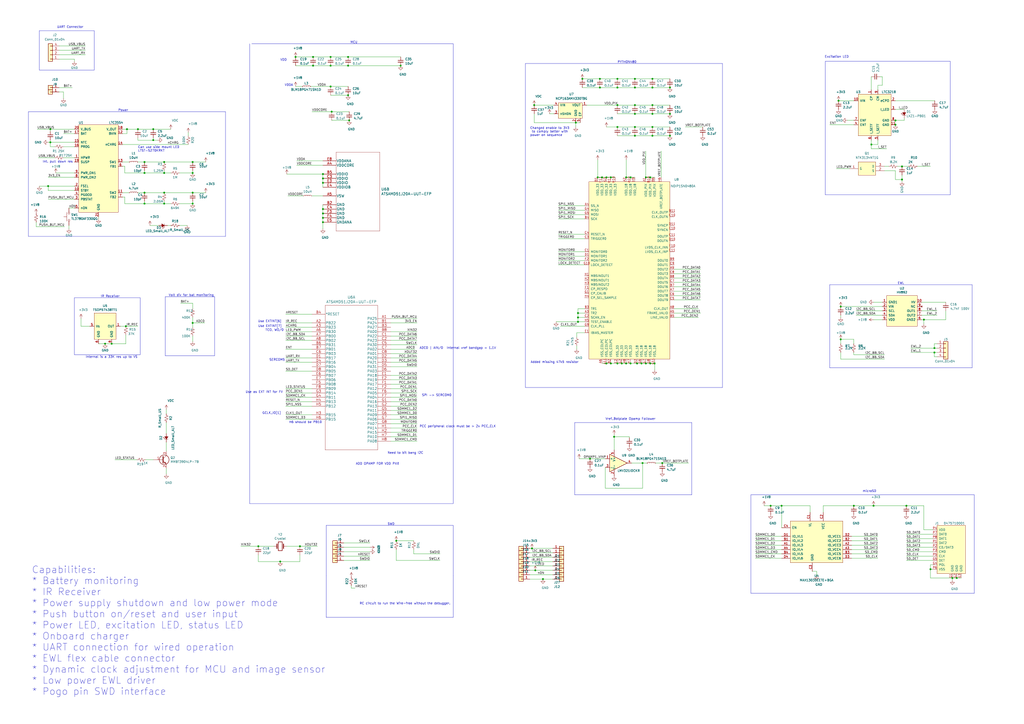
<source format=kicad_sch>
(kicad_sch (version 20230121) (generator eeschema)
  (paper "A2")
  (title_block (title "Miniscope-v4-Wire-Free") (date "2021-05-14") (company "UCLA"))
  (junction (at 378.46 73.66))
  (junction (at 523.24 104.14))
  (junction (at 356.235 253.365))
  (junction (at 111.76 93.98))
  (junction (at 201.93 55.245))
  (junction (at 379.73 210.82))
  (junction (at 360.68 210.82))
  (junction (at 191.77 38.1))
  (junction (at 552.45 335.28))
  (junction (at 191.77 33.02))
  (junction (at 378.46 78.74))
  (junction (at 358.14 73.66))
  (junction (at 358.14 45.72))
  (junction (at 368.3 66.04))
  (junction (at 27.94 107.95))
  (junction (at 187.325 121.285))
  (junction (at 314.96 335.915))
  (junction (at 187.325 100.965))
  (junction (at 173.99 316.865))
  (junction (at 374.65 102.87))
  (junction (at 554.99 335.28))
  (junction (at 192.405 64.77))
  (junction (at 335.28 181.61))
  (junction (at 187.325 123.825))
  (junction (at 187.325 106.045))
  (junction (at 232.41 38.1))
  (junction (at 378.46 66.04))
  (junction (at 29.21 74.93))
  (junction (at 519.43 69.85))
  (junction (at 83.82 100.33))
  (junction (at 368.3 50.8))
  (junction (at 486.41 58.42))
  (junction (at 368.3 73.66))
  (junction (at 542.036 201.93))
  (junction (at 187.325 128.905))
  (junction (at 368.3 78.74))
  (junction (at 487.68 177.8))
  (junction (at 80.01 74.93))
  (junction (at 539.75 330.2))
  (junction (at 378.46 60.96))
  (junction (at 64.77 199.39))
  (junction (at 29.21 82.55))
  (junction (at 310.515 330.835))
  (junction (at 111.76 118.11))
  (junction (at 83.82 118.11))
  (junction (at 453.39 293.37))
  (junction (at 83.82 111.76))
  (junction (at 506.73 293.37))
  (junction (at 88.9 74.93))
  (junction (at 369.57 210.82))
  (junction (at 374.65 210.82))
  (junction (at 73.66 74.93))
  (junction (at 162.56 325.755))
  (junction (at 201.93 33.02))
  (junction (at 73.025 189.23))
  (junction (at 377.19 210.82))
  (junction (at 495.3 293.37))
  (junction (at 95.25 100.33))
  (junction (at 309.88 60.96))
  (junction (at 191.77 50.165))
  (junction (at 111.76 111.76))
  (junction (at 377.19 102.87))
  (junction (at 368.3 45.72))
  (junction (at 363.22 102.87))
  (junction (at 358.14 60.96))
  (junction (at 542.036 204.47))
  (junction (at 171.45 33.02))
  (junction (at 363.22 210.82))
  (junction (at 378.46 45.72))
  (junction (at 388.62 50.8))
  (junction (at 83.82 93.98))
  (junction (at 378.46 50.8))
  (junction (at 351.79 210.82))
  (junction (at 334.01 71.12))
  (junction (at 388.62 66.04))
  (junction (at 347.98 50.8))
  (junction (at 181.61 33.02))
  (junction (at 95.25 118.11))
  (junction (at 351.79 102.87))
  (junction (at 372.745 268.605))
  (junction (at 535.94 185.42))
  (junction (at 388.62 78.74))
  (junction (at 308.61 318.135))
  (junction (at 365.76 102.87))
  (junction (at 368.3 60.96))
  (junction (at 505.46 83.82))
  (junction (at 346.71 102.87))
  (junction (at 95.25 111.76))
  (junction (at 337.82 45.72))
  (junction (at 347.98 45.72))
  (junction (at 349.25 102.87))
  (junction (at 519.43 72.39))
  (junction (at 335.28 184.15))
  (junction (at 202.565 69.85))
  (junction (at 111.76 100.33))
  (junction (at 523.24 96.52))
  (junction (at 335.28 186.69))
  (junction (at 358.14 50.8))
  (junction (at 354.33 210.82))
  (junction (at 372.11 210.82))
  (junction (at 358.14 210.82))
  (junction (at 342.265 266.065))
  (junction (at 229.87 313.69))
  (junction (at 60.96 199.39))
  (junction (at 111.76 187.325))
  (junction (at 187.325 103.505))
  (junction (at 95.25 93.98))
  (junction (at 447.04 293.37))
  (junction (at 181.61 38.1))
  (junction (at 365.76 210.82))
  (junction (at 487.68 196.85))
  (junction (at 384.175 268.605))
  (junction (at 525.78 293.37))
  (junction (at 187.325 126.365))
  (junction (at 149.86 316.865))
  (junction (at 88.9 81.28))
  (junction (at 201.93 38.1))
  (junction (at 354.33 102.87))
  (wire (pts (xy 471.17 331.47) (xy 473.71 331.47)))
  (wire (pts (xy 335.28 186.69) (xy 339.09 186.69)))
  (wire (pts (xy 308.61 318.135) (xy 320.675 318.135)))
  (wire (pts (xy 339.09 189.23) (xy 325.12 189.23)))
  (wire (pts (xy 180.34 50.165) (xy 191.77 50.165)))
  (polyline (pts (xy 401.32 287.02) (xy 333.375 287.02)))
  (wire (pts (xy 368.3 45.72) (xy 358.14 45.72)))
  (wire (pts (xy 71.12 83.82) (xy 109.22 83.82)))
  (wire (pts (xy 351.155 266.065) (xy 342.265 266.065)))
  (wire (pts (xy 511.81 185.42) (xy 506.73 185.42)))
  (polyline (pts (xy 563.88 165.1) (xy 563.88 213.36)))
  (wire (pts (xy 543.56 182.88) (xy 534.67 182.88)))
  (wire (pts (xy 191.77 38.1) (xy 201.93 38.1)))
  (wire (pts (xy 541.02 317.5) (xy 525.78 317.5)))
  (polyline (pts (xy 54.61 17.78) (xy 54.61 40.64)))
  (polyline (pts (xy 262.89 358.14) (xy 189.23 358.14)))
  (wire (pts (xy 173.99 325.755) (xy 173.99 321.945)))
  (wire (pts (xy 29.21 74.93) (xy 21.59 74.93)))
  (wire (pts (xy 165.735 189.865) (xy 180.975 189.865)))
  (polyline (pts (xy 189.23 304.8) (xy 262.89 304.8)))
  (wire (pts (xy 323.85 121.92) (xy 339.09 121.92)))
  (wire (pts (xy 511.81 44.45) (xy 510.54 44.45)))
  (wire (pts (xy 383.54 102.87) (xy 383.54 87.63)))
  (wire (pts (xy 365.76 210.82) (xy 369.57 210.82)))
  (wire (pts (xy 505.46 86.36) (xy 505.46 83.82)))
  (polyline (pts (xy 435.61 287.02) (xy 565.15 287.02)))
  (wire (pts (xy 241.935 200.025) (xy 226.695 200.025)))
  (polyline (pts (xy 22.86 17.78) (xy 54.61 17.78)))
  (wire (pts (xy 20.955 128.905) (xy 20.955 131.445)))
  (wire (pts (xy 240.03 318.77) (xy 240.03 321.31)))
  (wire (pts (xy 543.56 180.34) (xy 534.67 180.34)))
  (wire (pts (xy 49.53 26.67) (xy 34.29 26.67)))
  (wire (pts (xy 95.25 100.33) (xy 99.06 100.33)))
  (wire (pts (xy 505.46 86.36) (xy 514.35 86.36)))
  (wire (pts (xy 548.64 185.42) (xy 535.94 185.42)))
  (polyline (pts (xy 565.15 344.17) (xy 435.61 344.17)))
  (polyline (pts (xy 124.46 172.085) (xy 124.46 206.375)))
  (wire (pts (xy 523.24 104.14) (xy 523.24 105.41)))
  (wire (pts (xy 379.73 210.82) (xy 379.73 214.63)))
  (wire (pts (xy 83.82 118.11) (xy 72.39 118.11)))
  (wire (pts (xy 34.29 53.34) (xy 36.83 53.34)))
  (wire (pts (xy 511.81 180.34) (xy 496.57 180.34)))
  (wire (pts (xy 358.14 210.82) (xy 360.68 210.82)))
  (wire (pts (xy 149.86 325.755) (xy 162.56 325.755)))
  (wire (pts (xy 356.87 102.87) (xy 354.33 102.87)))
  (wire (pts (xy 513.08 96.52) (xy 515.62 96.52)))
  (polyline (pts (xy 262.89 292.1) (xy 144.78 292.1)))
  (wire (pts (xy 80.01 80.01) (xy 80.01 81.28)))
  (wire (pts (xy 111.76 93.98) (xy 119.38 93.98)))
  (wire (pts (xy 372.11 210.82) (xy 374.65 210.82)))
  (wire (pts (xy 29.21 85.09) (xy 29.21 82.55)))
  (wire (pts (xy 552.45 335.28) (xy 552.45 336.55)))
  (wire (pts (xy 336.55 71.12) (xy 334.01 71.12)))
  (wire (pts (xy 492.76 97.79) (xy 485.14 97.79)))
  (wire (pts (xy 495.3 69.85) (xy 491.49 69.85)))
  (wire (pts (xy 351.79 102.87) (xy 349.25 102.87)))
  (wire (pts (xy 539.75 327.66) (xy 539.75 330.2)))
  (wire (pts (xy 187.325 118.745) (xy 187.325 121.285)))
  (wire (pts (xy 192.405 64.77) (xy 202.565 64.77)))
  (wire (pts (xy 57.15 125.73) (xy 57.15 127)))
  (wire (pts (xy 96.52 261.62) (xy 96.52 256.54)))
  (wire (pts (xy 406.4 163.83) (xy 391.16 163.83)))
  (wire (pts (xy 509.27 323.85) (xy 494.03 323.85)))
  (polyline (pts (xy 304.8 36.83) (xy 419.1 36.83)))
  (wire (pts (xy 73.025 194.31) (xy 73.025 199.39)))
  (wire (pts (xy 378.46 50.8) (xy 388.62 50.8)))
  (wire (pts (xy 109.22 78.74) (xy 109.22 76.835)))
  (wire (pts (xy 495.3 199.39) (xy 495.3 196.85)))
  (wire (pts (xy 95.25 93.98) (xy 83.82 93.98)))
  (wire (pts (xy 165.735 182.245) (xy 180.975 182.245)))
  (wire (pts (xy 337.82 50.8) (xy 347.98 50.8)))
  (wire (pts (xy 534.67 175.26) (xy 548.64 175.26)))
  (wire (pts (xy 95.25 93.98) (xy 111.76 93.98)))
  (wire (pts (xy 542.036 207.01) (xy 543.56 207.01)))
  (wire (pts (xy 69.85 189.23) (xy 73.025 189.23)))
  (wire (pts (xy 165.735 202.565) (xy 180.975 202.565)))
  (wire (pts (xy 366.395 268.605) (xy 372.745 268.605)))
  (wire (pts (xy 351.155 283.21) (xy 351.155 271.145)))
  (wire (pts (xy 487.68 204.47) (xy 487.68 208.28)))
  (wire (pts (xy 347.98 50.8) (xy 358.14 50.8)))
  (wire (pts (xy 525.78 293.37) (xy 535.94 293.37)))
  (polyline (pts (xy 54.61 40.64) (xy 22.86 40.64)))
  (wire (pts (xy 335.28 184.15) (xy 335.28 186.69)))
  (wire (pts (xy 334.5434 193.04) (xy 334.5434 195.58)))
  (wire (pts (xy 365.125 253.365) (xy 356.235 253.365)))
  (wire (pts (xy 241.935 212.725) (xy 226.695 212.725)))
  (wire (pts (xy 187.325 121.285) (xy 187.325 123.825)))
  (wire (pts (xy 360.68 210.82) (xy 363.22 210.82)))
  (wire (pts (xy 509.27 81.28) (xy 509.27 83.82)))
  (wire (pts (xy 88.9 80.01) (xy 88.9 81.28)))
  (wire (pts (xy 241.935 255.905) (xy 226.695 255.905)))
  (wire (pts (xy 509.27 313.69) (xy 494.03 313.69)))
  (wire (pts (xy 379.73 102.87) (xy 377.19 102.87)))
  (wire (pts (xy 165.735 187.325) (xy 180.975 187.325)))
  (polyline (pts (xy 262.89 334.01) (xy 262.89 358.14)))
  (wire (pts (xy 334.5434 200.66) (xy 334.5434 202.5142)))
  (wire (pts (xy 477.52 297.18) (xy 477.52 293.37)))
  (wire (pts (xy 241.935 248.285) (xy 226.695 248.285)))
  (wire (pts (xy 358.14 73.66) (xy 351.79 73.66)))
  (wire (pts (xy 378.46 66.04) (xy 368.3 66.04)))
  (wire (pts (xy 539.75 335.28) (xy 552.45 335.28)))
  (wire (pts (xy 111.76 194.945) (xy 111.76 198.12)))
  (wire (pts (xy 241.935 240.665) (xy 226.695 240.665)))
  (wire (pts (xy 542.036 199.39) (xy 542.036 201.93)))
  (wire (pts (xy 79.375 266.7) (xy 66.675 266.7)))
  (wire (pts (xy 43.18 82.55) (xy 29.21 82.55)))
  (wire (pts (xy 241.935 225.425) (xy 226.695 225.425)))
  (wire (pts (xy 165.735 207.645) (xy 180.975 207.645)))
  (wire (pts (xy 34.29 50.8) (xy 41.91 50.8)))
  (wire (pts (xy 356.235 253.365) (xy 356.235 252.095)))
  (wire (pts (xy 323.85 127) (xy 339.09 127)))
  (wire (pts (xy 339.09 181.61) (xy 335.28 181.61)))
  (wire (pts (xy 320.675 325.755) (xy 307.34 325.755)))
  (wire (pts (xy 532.13 96.52) (xy 539.75 96.52)))
  (wire (pts (xy 307.34 320.675) (xy 320.675 320.675)))
  (wire (pts (xy 539.75 330.2) (xy 539.75 335.28)))
  (wire (pts (xy 511.81 182.88) (xy 496.57 182.88)))
  (wire (pts (xy 60.96 199.39) (xy 64.77 199.39)))
  (wire (pts (xy 335.28 179.07) (xy 335.28 181.61)))
  (wire (pts (xy 49.53 31.75) (xy 34.29 31.75)))
  (wire (pts (xy 542.036 204.47) (xy 543.56 204.47)))
  (wire (pts (xy 46.99 189.23) (xy 46.99 184.785)))
  (wire (pts (xy 495.3 196.85) (xy 487.68 196.85)))
  (wire (pts (xy 187.325 108.585) (xy 187.325 106.045)))
  (polyline (pts (xy 22.86 40.64) (xy 22.86 17.78)))
  (wire (pts (xy 369.57 210.82) (xy 372.11 210.82)))
  (wire (pts (xy 346.71 102.87) (xy 346.71 92.71)))
  (wire (pts (xy 96.52 245.11) (xy 96.52 251.46)))
  (wire (pts (xy 241.935 210.185) (xy 226.695 210.185)))
  (wire (pts (xy 340.36 60.96) (xy 358.14 60.96)))
  (wire (pts (xy 73.66 77.47) (xy 73.66 74.93)))
  (wire (pts (xy 487.68 196.85) (xy 487.68 199.39)))
  (wire (pts (xy 368.3 50.8) (xy 378.46 50.8)))
  (wire (pts (xy 378.46 78.74) (xy 368.3 78.74)))
  (wire (pts (xy 509.27 83.82) (xy 505.46 83.82)))
  (wire (pts (xy 83.82 116.84) (xy 83.82 118.11)))
  (wire (pts (xy 43.18 110.49) (xy 27.94 110.49)))
  (wire (pts (xy 505.46 81.28) (xy 505.46 83.82)))
  (wire (pts (xy 541.02 325.12) (xy 525.78 325.12)))
  (wire (pts (xy 241.935 222.885) (xy 226.695 222.885)))
  (wire (pts (xy 557.53 335.28) (xy 554.99 335.28)))
  (wire (pts (xy 29.21 76.2) (xy 29.21 74.93)))
  (wire (pts (xy 203.835 339.725) (xy 203.835 341.122)))
  (wire (pts (xy 339.09 184.15) (xy 335.28 184.15)))
  (wire (pts (xy 368.3 78.74) (xy 358.14 78.74)))
  (polyline (pts (xy 435.61 344.17) (xy 435.61 287.02)))
  (wire (pts (xy 149.86 316.865) (xy 139.7 316.865)))
  (wire (pts (xy 43.18 102.87) (xy 27.94 102.87)))
  (wire (pts (xy 95.25 118.11) (xy 83.82 118.11)))
  (wire (pts (xy 487.68 208.28) (xy 513.08 208.28)))
  (wire (pts (xy 83.82 100.33) (xy 72.39 100.33)))
  (wire (pts (xy 171.45 38.1) (xy 181.61 38.1)))
  (wire (pts (xy 165.735 225.425) (xy 180.975 225.425)))
  (polyline (pts (xy 16.51 137.16) (xy 16.51 64.77)))
  (wire (pts (xy 165.735 235.585) (xy 180.975 235.585)))
  (wire (pts (xy 240.03 321.31) (xy 255.27 321.31)))
  (wire (pts (xy 187.325 123.825) (xy 187.325 126.365)))
  (wire (pts (xy 321.31 66.04) (xy 318.77 66.04)))
  (wire (pts (xy 543.56 199.39) (xy 542.036 199.39)))
  (wire (pts (xy 349.25 210.82) (xy 351.79 210.82)))
  (wire (pts (xy 372.745 268.605) (xy 372.745 283.21)))
  (wire (pts (xy 542.036 204.47) (xy 542.036 207.01)))
  (wire (pts (xy 406.4 158.75) (xy 391.16 158.75)))
  (wire (pts (xy 72.39 100.33) (xy 72.39 96.52)))
  (polyline (pts (xy 146.05 25.4) (xy 262.89 25.4)))
  (wire (pts (xy 469.9 293.37) (xy 453.39 293.37)))
  (wire (pts (xy 104.14 100.33) (xy 111.76 100.33)))
  (wire (pts (xy 104.14 118.11) (xy 111.76 118.11)))
  (wire (pts (xy 307.34 333.375) (xy 320.675 333.375)))
  (wire (pts (xy 487.68 182.88) (xy 487.68 184.15)))
  (wire (pts (xy 165.735 192.405) (xy 180.975 192.405)))
  (polyline (pts (xy 81.28 205.74) (xy 43.18 205.74)))
  (wire (pts (xy 36.83 53.34) (xy 36.83 57.15)))
  (wire (pts (xy 241.935 233.045) (xy 226.695 233.045)))
  (wire (pts (xy 43.18 107.95) (xy 27.94 107.95)))
  (wire (pts (xy 519.43 69.85) (xy 524.51 69.85)))
  (polyline (pts (xy 419.1 224.79) (xy 304.8 224.79)))
  (polyline (pts (xy 419.1 36.83) (xy 419.1 224.79)))
  (wire (pts (xy 495.3 293.37) (xy 506.73 293.37)))
  (wire (pts (xy 309.88 60.96) (xy 321.31 60.96)))
  (wire (pts (xy 453.39 313.69) (xy 438.15 313.69)))
  (wire (pts (xy 187.325 113.665) (xy 180.975 113.665)))
  (wire (pts (xy 241.935 184.785) (xy 226.695 184.785)))
  (wire (pts (xy 229.87 325.12) (xy 255.27 325.12)))
  (polyline (pts (xy 401.32 245.11) (xy 401.32 287.02)))
  (wire (pts (xy 453.39 316.23) (xy 438.15 316.23)))
  (wire (pts (xy 541.02 312.42) (xy 525.78 312.42)))
  (wire (pts (xy 71.12 77.47) (xy 73.66 77.47)))
  (wire (pts (xy 378.46 60.96) (xy 368.3 60.96)))
  (wire (pts (xy 201.93 33.02) (xy 232.41 33.02)))
  (wire (pts (xy 473.71 331.47) (xy 473.71 334.01)))
  (wire (pts (xy 406.4 156.21) (xy 391.16 156.21)))
  (wire (pts (xy 310.515 330.835) (xy 320.675 330.835)))
  (wire (pts (xy 541.02 320.04) (xy 525.78 320.04)))
  (wire (pts (xy 307.34 323.215) (xy 320.675 323.215)))
  (wire (pts (xy 323.85 138.43) (xy 339.09 138.43)))
  (polyline (pts (xy 333.375 245.11) (xy 333.375 287.02)))
  (wire (pts (xy 519.43 99.06) (xy 519.43 104.14)))
  (wire (pts (xy 349.25 102.87) (xy 346.71 102.87)))
  (wire (pts (xy 495.3 72.39) (xy 481.33 72.39)))
  (polyline (pts (xy 130.81 137.16) (xy 16.51 137.16)))
  (wire (pts (xy 509.27 49.53) (xy 511.81 49.53)))
  (wire (pts (xy 165.735 233.045) (xy 180.975 233.045)))
  (wire (pts (xy 524.51 69.85) (xy 524.51 68.58)))
  (wire (pts (xy 356.235 260.985) (xy 356.235 253.365)))
  (wire (pts (xy 80.01 93.98) (xy 83.82 93.98)))
  (wire (pts (xy 29.21 74.93) (xy 43.18 74.93)))
  (wire (pts (xy 334.01 71.12) (xy 334.01 73.66)))
  (wire (pts (xy 354.33 210.82) (xy 358.14 210.82)))
  (wire (pts (xy 229.87 318.77) (xy 229.87 325.12)))
  (wire (pts (xy 541.02 327.66) (xy 539.75 327.66)))
  (wire (pts (xy 71.12 111.76) (xy 74.93 111.76)))
  (wire (pts (xy 201.93 38.1) (xy 232.41 38.1)))
  (wire (pts (xy 72.39 114.3) (xy 71.12 114.3)))
  (wire (pts (xy 187.325 128.905) (xy 187.325 132.715)))
  (wire (pts (xy 323.85 124.46) (xy 339.09 124.46)))
  (wire (pts (xy 165.735 215.265) (xy 180.975 215.265)))
  (wire (pts (xy 241.935 205.105) (xy 226.695 205.105)))
  (wire (pts (xy 158.75 316.865) (xy 149.86 316.865)))
  (wire (pts (xy 365.125 254) (xy 365.125 253.365)))
  (wire (pts (xy 323.85 153.67) (xy 339.09 153.67)))
  (wire (pts (xy 80.01 74.93) (xy 88.9 74.93)))
  (wire (pts (xy 92.075 130.81) (xy 86.995 130.81)))
  (wire (pts (xy 513.08 99.06) (xy 519.43 99.06)))
  (wire (pts (xy 43.18 85.09) (xy 36.83 85.09)))
  (wire (pts (xy 368.3 102.87) (xy 365.76 102.87)))
  (polyline (pts (xy 565.15 287.02) (xy 565.15 344.17)))
  (polyline (pts (xy 124.46 206.375) (xy 95.885 206.375)))
  (polyline (pts (xy 43.18 205.74) (xy 43.18 172.72)))
  (wire (pts (xy 187.325 106.045) (xy 187.325 103.505)))
  (wire (pts (xy 80.01 111.76) (xy 83.82 111.76)))
  (wire (pts (xy 323.85 148.59) (xy 339.09 148.59)))
  (wire (pts (xy 191.77 33.02) (xy 181.61 33.02)))
  (wire (pts (xy 226.695 245.745) (xy 241.935 245.745)))
  (wire (pts (xy 347.98 45.72) (xy 337.82 45.72)))
  (wire (pts (xy 523.24 96.52) (xy 527.05 96.52)))
  (wire (pts (xy 453.39 323.85) (xy 438.15 323.85)))
  (wire (pts (xy 199.39 320.04) (xy 214.63 320.04)))
  (wire (pts (xy 88.9 74.93) (xy 99.06 74.93)))
  (wire (pts (xy 187.325 126.365) (xy 187.325 128.905)))
  (wire (pts (xy 453.39 321.31) (xy 438.15 321.31)))
  (wire (pts (xy 535.94 185.42) (xy 535.94 187.96)))
  (wire (pts (xy 95.25 111.76) (xy 83.82 111.76)))
  (wire (pts (xy 181.61 33.02) (xy 171.45 33.02)))
  (wire (pts (xy 368.3 60.96) (xy 358.14 60.96)))
  (wire (pts (xy 323.85 151.13) (xy 339.09 151.13)))
  (polyline (pts (xy 43.18 172.72) (xy 81.28 172.72)))
  (wire (pts (xy 509.27 52.07) (xy 509.27 49.53)))
  (wire (pts (xy 187.325 95.885) (xy 172.085 95.885)))
  (wire (pts (xy 187.325 100.965) (xy 166.37 100.965)))
  (wire (pts (xy 339.09 179.07) (xy 335.28 179.07)))
  (polyline (pts (xy 81.28 172.72) (xy 81.28 205.74)))
  (wire (pts (xy 388.62 66.04) (xy 378.46 66.04)))
  (wire (pts (xy 203.835 341.122) (xy 205.994 341.122)))
  (wire (pts (xy 43.18 91.44) (xy 36.83 91.44)))
  (wire (pts (xy 388.62 78.74) (xy 378.46 78.74)))
  (wire (pts (xy 27.94 107.95) (xy 22.86 107.95)))
  (wire (pts (xy 541.02 330.2) (xy 539.75 330.2)))
  (wire (pts (xy 180.975 197.485) (xy 165.735 197.485)))
  (wire (pts (xy 34.29 34.29) (xy 43.18 34.29)))
  (wire (pts (xy 541.02 322.58) (xy 525.78 322.58)))
  (wire (pts (xy 29.21 82.55) (xy 27.94 82.55)))
  (wire (pts (xy 165.735 243.205) (xy 180.975 243.205)))
  (wire (pts (xy 495.3 205.74) (xy 513.08 205.74)))
  (wire (pts (xy 241.935 238.125) (xy 226.695 238.125)))
  (wire (pts (xy 95.25 116.84) (xy 95.25 118.11)))
  (polyline (pts (xy 144.78 292.1) (xy 144.78 25.4)))
  (wire (pts (xy 535.94 293.37) (xy 535.94 307.34)))
  (polyline (pts (xy 563.88 213.36) (xy 481.33 213.36)))
  (polyline (pts (xy 481.33 213.36) (xy 481.33 165.1)))
  (wire (pts (xy 519.43 69.85) (xy 519.43 72.39)))
  (wire (pts (xy 241.935 230.505) (xy 226.695 230.505)))
  (wire (pts (xy 20.955 131.445) (xy 37.465 131.445)))
  (wire (pts (xy 388.62 60.96) (xy 378.46 60.96)))
  (polyline (pts (xy 189.23 334.01) (xy 189.23 304.8)))
  (wire (pts (xy 111.76 179.07) (xy 111.76 175.895)))
  (wire (pts (xy 406.4 181.61) (xy 391.16 181.61)))
  (wire (pts (xy 72.39 118.11) (xy 72.39 114.3)))
  (wire (pts (xy 111.76 111.76) (xy 119.38 111.76)))
  (wire (pts (xy 505.46 52.07) (xy 505.46 44.45)))
  (wire (pts (xy 111.76 187.325) (xy 118.745 187.325)))
  (wire (pts (xy 548.64 180.34) (xy 548.64 185.42)))
  (wire (pts (xy 372.745 283.21) (xy 351.155 283.21)))
  (wire (pts (xy 406.4 166.37) (xy 391.16 166.37)))
  (wire (pts (xy 511.81 49.53) (xy 511.81 44.45)))
  (wire (pts (xy 43.18 120.65) (xy 40.005 120.65)))
  (wire (pts (xy 43.18 115.57) (xy 27.94 115.57)))
  (wire (pts (xy 342.265 266.065) (xy 335.915 266.065)))
  (wire (pts (xy 388.62 73.66) (xy 378.46 73.66)))
  (wire (pts (xy 509.27 321.31) (xy 494.03 321.31)))
  (wire (pts (xy 191.77 50.165) (xy 201.93 50.165)))
  (wire (pts (xy 241.935 187.325) (xy 226.695 187.325)))
  (polyline (pts (xy 262.89 25.4) (xy 262.89 292.1)))
  (wire (pts (xy 378.46 45.72) (xy 368.3 45.72)))
  (wire (pts (xy 165.735 227.965) (xy 180.975 227.965)))
  (wire (pts (xy 43.18 34.29) (xy 43.18 35.56)))
  (wire (pts (xy 49.53 29.21) (xy 34.29 29.21)))
  (wire (pts (xy 88.9 266.7) (xy 84.455 266.7)))
  (wire (pts (xy 374.65 210.82) (xy 377.19 210.82)))
  (polyline (pts (xy 16.51 64.77) (xy 130.81 64.77)))
  (wire (pts (xy 323.85 135.89) (xy 339.09 135.89)))
  (wire (pts (xy 95.25 111.76) (xy 111.76 111.76)))
  (wire (pts (xy 406.4 171.45) (xy 391.16 171.45)))
  (wire (pts (xy 175.895 113.665) (xy 167.005 113.665)))
  (wire (pts (xy 406.4 161.29) (xy 391.16 161.29)))
  (wire (pts (xy 335.28 186.69) (xy 322.58 186.69)))
  (wire (pts (xy 175.26 50.165) (xy 171.45 50.165)))
  (wire (pts (xy 73.025 189.23) (xy 80.01 189.23)))
  (wire (pts (xy 241.935 217.805) (xy 226.695 217.805)))
  (wire (pts (xy 535.94 307.34) (xy 541.02 307.34)))
  (wire (pts (xy 31.75 91.44) (xy 22.225 91.44)))
  (wire (pts (xy 374.65 102.87) (xy 374.65 87.63)))
  (polyline (pts (xy 478.79 35.56) (xy 551.18 35.56)))
  (wire (pts (xy 111.76 184.15) (xy 111.76 187.325)))
  (wire (pts (xy 307.34 328.295) (xy 320.675 328.295)))
  (wire (pts (xy 388.62 45.72) (xy 378.46 45.72)))
  (wire (pts (xy 241.935 235.585) (xy 226.695 235.585)))
  (wire (pts (xy 72.39 96.52) (xy 71.12 96.52)))
  (wire (pts (xy 57.15 199.39) (xy 60.96 199.39)))
  (wire (pts (xy 241.935 197.485) (xy 226.695 197.485)))
  (wire (pts (xy 523.24 96.52) (xy 520.7 96.52)))
  (wire (pts (xy 335.28 181.61) (xy 335.28 184.15)))
  (wire (pts (xy 240.665 202.565) (xy 226.695 202.565)))
  (wire (pts (xy 384.175 268.605) (xy 380.365 268.605)))
  (wire (pts (xy 477.52 293.37) (xy 495.3 293.37)))
  (wire (pts (xy 368.3 66.04) (xy 358.14 66.04)))
  (wire (pts (xy 314.96 335.915) (xy 320.675 335.915)))
  (wire (pts (xy 95.25 99.06) (xy 95.25 100.33)))
  (polyline (pts (xy 551.18 113.03) (xy 478.79 113.03)))
  (wire (pts (xy 29.21 81.28) (xy 29.21 82.55)))
  (wire (pts (xy 111.76 175.895) (xy 104.775 175.895)))
  (wire (pts (xy 509.27 316.23) (xy 494.03 316.23)))
  (wire (pts (xy 71.12 74.93) (xy 73.66 74.93)))
  (wire (pts (xy 407.67 73.66) (xy 397.51 73.66)))
  (wire (pts (xy 241.935 207.645) (xy 226.695 207.645)))
  (wire (pts (xy 377.19 210.82) (xy 379.73 210.82)))
  (wire (pts (xy 509.27 318.77) (xy 494.03 318.77)))
  (wire (pts (xy 40.005 130.81) (xy 40.005 132.715)))
  (wire (pts (xy 241.935 253.365) (xy 226.695 253.365)))
  (wire (pts (xy 180.975 64.77) (xy 192.405 64.77)))
  (wire (pts (xy 519.43 63.5) (xy 524.51 63.5)))
  (wire (pts (xy 111.76 100.33) (xy 111.76 99.06)))
  (wire (pts (xy 534.67 185.42) (xy 535.94 185.42)))
  (wire (pts (xy 180.975 194.945) (xy 165.735 194.945)))
  (wire (pts (xy 111.76 118.11) (xy 111.76 116.84)))
  (wire (pts (xy 358.14 45.72) (xy 347.98 45.72)))
  (polyline (pts (xy 189.23 358.14) (xy 189.23 334.01)))
  (wire (pts (xy 199.39 322.58) (xy 214.63 322.58)))
  (wire (pts (xy 241.935 227.965) (xy 226.695 227.965)))
  (wire (pts (xy 27.94 110.49) (xy 27.94 107.95)))
  (wire (pts (xy 378.46 73.66) (xy 368.3 73.66)))
  (wire (pts (xy 519.43 58.42) (xy 542.29 58.42)))
  (wire (pts (xy 405.13 179.07) (xy 391.16 179.07)))
  (polyline (pts (xy 304.8 224.79) (xy 304.8 36.83)))
  (wire (pts (xy 354.33 102.87) (xy 351.79 102.87)))
  (wire (pts (xy 96.52 240.03) (xy 96.52 237.49)))
  (wire (pts (xy 323.85 119.38) (xy 339.09 119.38)))
  (polyline (pts (xy 481.33 165.1) (xy 563.88 165.1)))
  (wire (pts (xy 542.036 201.93) (xy 543.56 201.93)))
  (polyline (pts (xy 95.885 206.375) (xy 95.885 172.085)))
  (wire (pts (xy 36.83 77.47) (xy 43.18 77.47)))
  (wire (pts (xy 495.3 204.47) (xy 495.3 205.74)))
  (wire (pts (xy 166.37 316.865) (xy 173.99 316.865)))
  (wire (pts (xy 506.73 293.37) (xy 525.78 293.37)))
  (wire (pts (xy 201.93 33.02) (xy 191.77 33.02)))
  (wire (pts (xy 453.39 318.77) (xy 438.15 318.77)))
  (wire (pts (xy 73.025 199.39) (xy 64.77 199.39)))
  (wire (pts (xy 187.325 103.505) (xy 187.325 100.965)))
  (wire (pts (xy 453.39 306.07) (xy 453.39 293.37)))
  (wire (pts (xy 95.25 100.33) (xy 83.82 100.33)))
  (wire (pts (xy 111.76 187.325) (xy 111.76 189.865)))
  (wire (pts (xy 509.27 311.15) (xy 494.03 311.15)))
  (wire (pts (xy 358.14 50.8) (xy 368.3 50.8)))
  (wire (pts (xy 95.25 118.11) (xy 99.06 118.11)))
  (wire (pts (xy 240.03 313.69) (xy 229.87 313.69)))
  (wire (pts (xy 372.745 268.605) (xy 375.285 268.605)))
  (wire (pts (xy 406.4 168.91) (xy 391.16 168.91)))
  (wire (pts (xy 162.56 325.755) (xy 173.99 325.755)))
  (polyline (pts (xy 130.81 64.77) (xy 130.81 137.16)))
  (wire (pts (xy 519.43 104.14) (xy 523.24 104.14)))
  (wire (pts (xy 52.07 189.23) (xy 46.99 189.23)))
  (wire (pts (xy 368.3 73.66) (xy 358.14 73.66)))
  (wire (pts (xy 149.86 321.945) (xy 149.86 325.755)))
  (wire (pts (xy 165.735 240.665) (xy 180.975 240.665)))
  (wire (pts (xy 241.935 192.405) (xy 226.695 192.405)))
  (wire (pts (xy 495.3 58.42) (xy 486.41 58.42)))
  (wire (pts (xy 323.85 146.05) (xy 339.09 146.05)))
  (wire (pts (xy 80.01 81.28) (xy 88.9 81.28)))
  (wire (pts (xy 528.32 201.93) (xy 542.036 201.93)))
  (wire (pts (xy 363.22 102.87) (xy 363.22 92.71)))
  (wire (pts (xy 165.735 210.185) (xy 180.975 210.185)))
  (wire (pts (xy 377.19 102.87) (xy 374.65 102.87)))
  (wire (pts (xy 241.935 220.345) (xy 226.695 220.345)))
  (polyline (pts (xy 262.89 304.8) (xy 262.89 334.01)))
  (wire (pts (xy 406.4 173.99) (xy 391.16 173.99)))
  (wire (pts (xy 351.79 210.82) (xy 354.33 210.82)))
  (wire (pts (xy 528.32 204.47) (xy 542.036 204.47)))
  (wire (pts (xy 31.75 85.09) (xy 29.21 85.09)))
  (wire (pts (xy 453.39 293.37) (xy 447.04 293.37)))
  (wire (pts (xy 241.935 243.205) (xy 226.695 243.205)))
  (wire (pts (xy 165.735 230.505) (xy 180.975 230.505)))
  (wire (pts (xy 309.88 66.04) (xy 309.88 71.12)))
  (polyline (pts (xy 478.79 113.03) (xy 478.79 35.56)))
  (wire (pts (xy 447.04 293.37) (xy 443.23 293.37)))
  (wire (pts (xy 405.13 184.15) (xy 391.16 184.15)))
  (wire (pts (xy 453.39 311.15) (xy 438.15 311.15)))
  (wire (pts (xy 73.66 74.93) (xy 80.01 74.93)))
  (wire (pts (xy 83.82 99.06) (xy 83.82 100.33)))
  (wire (pts (xy 192.405 69.85) (xy 202.565 69.85)))
  (wire (pts (xy 226.695 250.825) (xy 241.935 250.825)))
  (wire (pts (xy 307.34 330.835) (xy 310.515 330.835)))
  (wire (pts (xy 181.61 38.1) (xy 191.77 38.1)))
  (wire (pts (xy 88.9 81.28) (xy 91.44 81.28)))
  (wire (pts (xy 363.22 210.82) (xy 365.76 210.82)))
  (wire (pts (xy 199.39 314.96) (xy 214.63 314.96)))
  (wire (pts (xy 71.12 93.98) (xy 74.93 93.98)))
  (wire (pts (xy 99.06 130.81) (xy 97.155 130.81)))
  (wire (pts (xy 307.34 318.135) (xy 308.61 318.135)))
  (wire (pts (xy 511.81 177.8) (xy 487.68 177.8)))
  (polyline (pts (xy 95.885 172.085) (xy 124.46 172.085)))
  (wire (pts (xy 191.77 55.245) (xy 201.93 55.245)))
  (wire (pts (xy 523.24 101.6) (xy 523.24 104.14)))
  (wire (pts (xy 541.02 314.96) (xy 525.78 314.96)))
  (wire (pts (xy 43.18 100.33) (xy 32.385 100.33)))
  (wire (pts (xy 309.88 71.12) (xy 334.01 71.12)))
  (wire (pts (xy 339.09 193.04) (xy 334.5434 193.04)))
  (polyline (pts (xy 333.375 245.11) (xy 401.32 245.11)))
  (wire (pts (xy 104.14 130.81) (xy 108.585 130.81)))
  (wire (pts (xy 541.02 309.88) (xy 525.78 309.88)))
  (wire (pts (xy 241.935 194.945) (xy 226.695 194.945)))
  (wire (pts (xy 365.76 102.87) (xy 363.22 102.87)))
  (wire (pts (xy 96.52 271.78) (xy 96.52 274.955)))
  (wire (pts (xy 469.9 297.18) (xy 469.9 293.37)))
  (wire (pts (xy 199.39 325.12) (xy 214.63 325.12)))
  (wire (pts (xy 307.34 335.915) (xy 314.96 335.915)))
  (polyline (pts (xy 551.18 35.56) (xy 551.18 113.03)))
  (wire (pts (xy 384.175 268.605) (xy 399.415 268.605)))
  (wire (pts (xy 173.99 316.865) (xy 184.15 316.865)))
  (wire (pts (xy 554.99 335.28) (xy 552.45 335.28)))
  (wire (pts (xy 511.81 175.26) (xy 506.73 175.26)))
  (wire (pts (xy 187.325 93.345) (xy 172.085 93.345)))
  (wire (pts (xy 199.39 317.5) (xy 214.63 317.5)))
  (text "UART Connector" (at 33.02 16.51 0) (effects (font (size 1.27 1.27)) (justify left bottom)))
  (text "IR Receiver" (at 58.42 172.72 0) (effects (font (size 1.27 1.27)) (justify left bottom)))
  (text "Use EXTINT[7]" (at 149.733 189.992 0) (effects (font (size 1.27 1.27)) (justify left bottom)))
  (text "Excitation LED" (at 478.409 33.782 0) (effects (font (size 1.27 1.27)) (justify left bottom)))
  (text "EWL" (at 520.7 165.1 0) (effects (font (size 1.27 1.27)) (justify left bottom)))
  (text "Changed enable to 3V3\n to comply better with \npower on sequence" (at 307.4924 79.2226 0) (effects (font (size 1.27 1.27)) (justify left bottom)))
  (text "microSD" (at 500.38 285.75 0) (effects (font (size 1.27 1.27)) (justify left bottom)))
  (text "Int. pull down res" (at 24.765 94.615 0) (effects (font (size 1.27 1.27)) (justify left bottom)))
  (text "GCLK_IO[1]" (at 152.146 240.411 0) (effects (font (size 1.27 1.27)) (justify left bottom)))
  (text "Can use side mount LED 	\nLTST-S270KRKT" (at 80.01 88.265 0) (effects (font (size 1.27 1.27)) (justify left bottom)))
  (text "PYTHON480" (at 358.14 36.83 0) (effects (font (size 1.27 1.27)) (justify left bottom)))
  (text "Internal is a 33K res up to VS" (at 49.657 207.899 0) (effects (font (size 1.27 1.27)) (justify left bottom)))
  (text "Added missing 47k5 resistor" (at 307.7718 210.8962 0) (effects (font (size 1.27 1.27)) (justify left bottom)))
  (text "SPI -> SERCOM0" (at 244.729 230.124 0) (effects (font (size 1.27 1.27)) (justify left bottom)))
  (text "H6 should be PB10" (at 167.64 245.745 0) (effects (font (size 1.27 1.27)) (justify left bottom)))
  (text "Capabilities:\n* Battery monitoring\n* IR Receiver\n* Power supply shutdown and low power mode\n* Push button on/reset and user input\n* Power LED, excitation LED, status LED\n* Onboard charger\n* UART connection for wired operation\n* EWL flex cable connector\n* Dynamic clock adjustment for MCU and image sensor\n* Low power EWL driver\n* Pogo pin SWD interface" (at 18.415 403.606 0) (effects (font (size 3.9878 3.9878)) (justify left bottom)))
  (text "ADC0 | AIN/0" (at 243.332 202.692 0) (effects (font (size 1.27 1.27)) (justify left bottom)))
  (text "SERCOM5" (at 156.21 209.55 0) (effects (font (size 1.27 1.27)) (justify left bottom)))
  (text "Use EXTINT[6]" (at 149.606 187.198 0) (effects (font (size 1.27 1.27)) (justify left bottom)))
  (text "Need to bit bang I2C" (at 224.79 263.525 0) (effects (font (size 1.27 1.27)) (justify left bottom)))
  (text "Vref_Botplate Opamp Follower" (at 351.155 243.84 0) (effects (font (size 1.27 1.27)) (justify left bottom)))
  (text "VDD" (at 162.56 35.56 0) (effects (font (size 1.27 1.27)) (justify left bottom)))
  (text "SWD" (at 224.79 304.8 0) (effects (font (size 1.27 1.27)) (justify left bottom)))
  (text "Power" (at 68.58 64.77 0) (effects (font (size 1.27 1.27)) (justify left bottom)))
  (text "Use as EXT INT for FV" (at 142.367 228.219 0) (effects (font (size 1.27 1.27)) (justify left bottom)))
  (text "MCU" (at 203.2 25.4 0) (effects (font (size 1.27 1.27)) (justify left bottom)))
  (text "Volt div for bat monitoring" (at 97.79 172.085 0) (effects (font (size 1.27 1.27)) (justify left bottom)))
  (text "TCO, WO/0" (at 153.924 192.278 0) (effects (font (size 1.27 1.27)) (justify left bottom)))
  (text "VDDA" (at 165.1 50.165 0) (effects (font (size 1.27 1.27)) (justify left bottom)))
  (text "RC circuit to run the Wire-free without the debugger." (at 208.534 350.901 0) (effects (font (size 1.27 1.27)) (justify left bottom)))
  (text "PCC peripheral clock must be > 2x PCC_CLK" (at 243.332 248.158 0) (effects (font (size 1.27 1.27)) (justify left bottom)))
  (text "ADD OPAMP FOR VDD PXI!" (at 206.375 269.875 0) (effects (font (size 1.27 1.27)) (justify left bottom)))
  (text "Internal vref bandgap = 1.1V" (at 259.08 202.692 0) (effects (font (size 1.27 1.27)) (justify left bottom)))
  (label "nON" (at 40.005 120.65 0))
  (label "SDMMC1_CK" (at 438.15 323.85 0))
  (label "SDMMC1_D1" (at 438.15 313.69 0))
  (label "PCC_DATA4" (at 406.4 166.37 180))
  (label "PCC_CLK" (at 241.935 248.285 180))
  (label "I_LED" (at 521.335 63.5 0))
  (label "SPI1_NSS" (at 165.735 235.585 0))
  (label "nRESET" (at 214.63 322.58 180))
  (label "SPI1_NSS" (at 323.85 119.38 0))
  (label "BAT+" (at 104.775 175.895 0))
  (label "SPI1_SCK" (at 323.85 127 0))
  (label "SWDIO" (at 241.935 212.725 180))
  (label "I_SET" (at 514.35 86.36 180))
  (label "RESET_N" (at 323.85 135.89 0))
  (label "SD_CMD" (at 509.27 321.31 180))
  (label "UART_TX" (at 165.735 210.185 0))
  (label "nCHRG" (at 165.735 189.865 0))
  (label "SWDIO" (at 255.27 321.31 180))
  (label "VREF_BOTPLATE" (at 399.415 268.605 180))
  (label "SPI1_MISO" (at 241.935 243.205 180))
  (label "UART_TX" (at 49.53 29.21 180))
  (label "SD_DAT1" (at 509.27 313.69 180))
  (label "VDDA" (at 172.085 93.345 0))
  (label "CLK1_OUT" (at 165.735 240.665 0))
  (label "PCC_CLK" (at 405.13 179.07 180))
  (label "I_LED" (at 310.515 328.295 0))
  (label "VDDA" (at 184.15 50.165 0))
  (label "SDMMC1_D1" (at 241.935 253.365 180))
  (label "SDMMC1_D0" (at 438.15 311.15 0))
  (label "LED_STATUS" (at 66.675 266.7 0))
  (label "XIN32" (at 139.7 316.865 0))
  (label "EWL_2" (at 543.56 182.88 180))
  (label "nON" (at 311.785 333.375 0))
  (label "SPI1_SCK" (at 241.935 227.965 180))
  (label "SWCLK" (at 214.63 314.96 180))
  (label "PCC_DEN1" (at 165.735 227.965 0))
  (label "VREF_BOTPLATE" (at 397.51 73.66 0))
  (label "XOUT32" (at 184.15 316.865 180))
  (label "I2C_BB_SCL" (at 308.61 320.675 0))
  (label "SWCLK" (at 241.935 200.025 180))
  (label "ADC0" (at 240.665 202.565 180))
  (label "USB_VBUS" (at 22.225 91.44 0))
  (label "PCC_DEN1" (at 406.4 181.61 180))
  (label "nRESET" (at 205.994 341.122 0))
  (label "VDDCORE" (at 172.085 95.885 0))
  (label "PCC_DATA2" (at 241.935 217.805 180))
  (label "SD_DAT1" (at 525.78 312.42 0))
  (label "SDMMC1_D0" (at 241.935 240.665 180))
  (label "OPAMP1_VINP" (at 338.455 266.065 0))
  (label "PCC_DATA2" (at 406.4 161.29 180))
  (label "ENT" (at 481.33 72.39 0))
  (label "PCC_DATA6" (at 406.4 171.45 180))
  (label "LED_PWM" (at 165.735 192.405 0))
  (label "SD_DAT3" (at 509.27 318.77 180))
  (label "PCC_DATA7" (at 241.935 197.485 180))
  (label "MONITOR0" (at 241.935 245.745 180))
  (label "VDD_PIX" (at 350.52 60.96 0))
  (label "BAT+" (at 41.91 50.8 180))
  (label "SD_CLK" (at 509.27 323.85 180))
  (label "EWL_1" (at 528.32 204.47 0))
  (label "PCC_DATA0" (at 406.4 156.21 180))
  (label "CLK1_OUT" (at 325.12 189.23 0))
  (label "SDMMC1_CMD" (at 241.935 255.905 180))
  (label "I2C_BB_SDA" (at 308.61 323.215 0))
  (label "PCC_DATA6" (at 241.935 194.945 180))
  (label "3V3_EN" (at 241.935 187.325 180))
  (label "XIN32" (at 241.935 192.405 180))
  (label "MONITOR0" (at 323.85 146.05 0))
  (label "PCC_DATA5" (at 241.935 210.185 180))
  (label "PUSH_BUT_MCU" (at 241.935 184.785 180))
  (label "TRIGGER0" (at 241.935 250.825 180))
  (label "PUSH_BUT_MCU" (at 27.94 115.57 0))
  (label "SDMMC1_CMD" (at 438.15 321.31 0))
  (label "IR_REC" (at 165.735 187.325 0))
  (label "I2C_BB_SCL" (at 513.08 205.74 180))
  (label "I2C_BB_SCL" (at 165.735 197.485 0))
  (label "SDMMC1_D3" (at 165.735 243.205 0))
  (label "PCC_DATA5" (at 406.4 168.91 180))
  (label "VREF_BOTPLATE" (at 383.54 87.63 270))
  (label "EWL_2" (at 528.32 201.93 0))
  (label "SWDIO" (at 214.63 325.12 180))
  (label "SD_DAT0" (at 509.27 311.15 180))
  (label "PCC_DEN2" (at 405.13 184.15 180))
  (label "PCC_DATA3" (at 406.4 163.83 180))
  (label "nCHRG" (at 97.155 83.82 0))
  (label "SDMMC1_D2" (at 241.935 238.125 180))
  (label "nRESET" (at 165.735 182.245 0))
  (label "VDDCORE" (at 180.975 64.77 0))
  (label "PCC_DATA0" (at 241.935 233.045 180))
  (label "3V3_EN" (at 27.94 102.87 0))
  (label "PCC_DEN1" (at 241.935 225.425 180))
  (label "ENT" (at 165.735 202.565 0))
  (label "PCC_DATA4" (at 241.935 207.645 180))
  (label "SD_CMD" (at 525.78 320.04 0))
  (label "I2C_BB_SCL" (at 496.57 180.34 0))
  (label "XOUT32" (at 241.935 205.105 180))
  (label "SD_DAT3" (at 525.78 317.5 0))
  (label "SD_DET" (at 165.735 215.265 0))
  (label "SDMMC1_D3" (at 438.15 318.77 0))
  (label "VDD_PIX" (at 374.65 87.63 270))
  (label "I2C_BB_SDA" (at 165.735 194.945 0))
  (label "UART_RX" (at 165.735 207.645 0))
  (label "I2C_BB_SDA" (at 496.57 182.88 0))
  (label "VDDCORE" (at 167.005 113.665 0))
  (label "SDMMC1_D2" (at 438.15 316.23 0))
  (label "UART_RX" (at 49.53 31.75 180))
  (label "MONITOR1" (at 323.85 148.59 0))
  (label "USB_VBUS" (at 49.53 26.67 180))
  (label "LED_PWM" (at 485.14 97.79 0))
  (label "MONITOR2" (at 323.85 151.13 0))
  (label "PCC_DEN2" (at 241.935 235.585 180))
  (label "EWL_1" (at 543.56 180.34 180))
  (label "RESET_N" (at 165.735 233.045 0))
  (label "SDMMC1_CK" (at 165.735 230.505 0))
  (label "I2C_BB_SDA" (at 513.08 208.28 180))
  (label "SD_DAT2" (at 525.78 314.96 0))
  (label "LOCK_DETECT" (at 323.85 153.67 0))
  (label "LED_STATUS" (at 165.735 225.425 0))
  (label "PCC_DATA1" (at 241.935 222.885 180))
  (label "ADC0" (at 118.745 187.325 180))
  (label "SPI1_MISO" (at 323.85 121.92 0))
  (label "PCC_DATA1" (at 406.4 158.75 180))
  (label "SD_DAT0" (at 525.78 309.88 0))
  (label "SPI1_MOSI" (at 241.935 230.505 180))
  (label "SPI1_MOSI" (at 323.85 124.46 0))
  (label "SD_CLK" (at 525.78 322.58 0))
  (label "PCC_DATA3" (at 241.935 220.345 180))
  (label "I_SET" (at 539.75 96.52 180))
  (label "BAT+" (at 36.83 77.47 0))
  (label "IR_REC" (at 80.01 189.23 180))
  (label "SWCLK" (at 255.27 325.12 180))
  (label "TRIGGER0" (at 323.85 138.43 0))
  (label "USB_VBUS" (at 21.59 74.93 0))
  (label "PUSH_BUT_MCU" (at 37.465 131.445 180))
  (label "PCC_DATA7" (at 406.4 173.99 180))
  (label "IR_REC" (at 314.96 325.755 180))
  (label "SD_DAT2" (at 509.27 316.23 180))
  (label "SD_DET" (at 525.78 325.12 0))
  (symbol (lib_id ".Connector:0475710001") (at 552.45 318.77 0) (unit 1)
    (property "Reference" "J1" (at 542.29 303.53 0) (effects (justify left)))
    (property "Value" "0475710001" (at 547.37 303.53 0) (effects (justify left)))
    (property "Footprint" ".Connector:0475710001" (effects hide))
    (property "Datasheet" "https://www.molex.com/pdm_docs/sd/475710001_sd.pdf" (effects hide))
    (property "Description" "CONN MICRO SD CARD PUSH-PULL R/A" (effects hide))
    (property "Manufacturer_Name" "Molex" (effects hide))
    (property "Manufacturer_Part_Number" "0475710001" (effects hide))
  )
  (symbol (lib_id ".Regulator_Linear:MCP1711") (at 326.39 60.96 0) (unit 1)
    (property "Reference" "U7" (at 331.47 54.61 0))
    (property "Value" "NCP163AMX330TBG" (at 331.47 57.15 0))
    (property "Footprint" ".Package_QFN:UQFN_MCP1711" (effects hide))
    (property "Datasheet" "http://ww1.microchip.com/downloads/en/DeviceDoc/20005415D.pdf" (effects hide))
    (property "Description" "IC REG LINEAR 3.3V 250MA 4XDFN" (effects hide))
    (property "Manufacturer_Name" "onsemi" (effects hide))
    (property "Manufacturer_Part_Number" "NCP163AMX330TBG" (effects hide))
  )
  (symbol (lib_id ".Driver_LED:LTC3218") (at 506.73 62.23 0) (unit 1)
    (property "Reference" "U3" (at 497.84 53.34 0))
    (property "Value" "LTC3218" (at 515.62 53.34 0))
    (property "Footprint" ".Package_SON:SON_11_P50_300X200X80L40X25T239X64L" (effects hide))
    (property "Datasheet" "http://www.linear.com/docs/19518" (effects hide))
    (property "Description" "IC LED DRIVER RGLTR 150MA 10DFN" (effects hide))
    (property "Manufacturer_Name" "Analog Devices Inc." (effects hide))
    (property "Manufacturer_Part_Number" "LTC3218" (effects hide))
  )
  (symbol (lib_id "Miniscope-v4-Wire-Free-rescue:HV892-.Driver_ETL") (at 523.24 180.34 0) (unit 1)
    (property "Reference" "U2" (at 523.24 167.259 0))
    (property "Value" "HV892" (at 523.24 169.5704 0))
    (property "Footprint" ".Package_SON:SON11P65_400X400X80L40X30T315X255L" (effects hide))
    (property "Description" "IC LED DRIVER LENS 10WDFN" (effects hide))
    (property "Manufacturer_Name" "Microchip" (effects hide))
    (property "Manufacturer_Part_Number" "HV892K7-G" (effects hide))
  )
  (symbol (lib_id ".LED:LXZ1-PR01") (at 524.51 66.04 90) (unit 1)
    (property "Reference" "D1" (at 525.78 64.77 90) (effects (justify right)))
    (property "Value" "LXZ1-PB01" (at 525.78 67.31 90) (effects (justify right)))
    (property "Footprint" ".LED:LED_LXZ1_PR01_L" (effects hide))
    (property "Datasheet" "https://www.lumileds.com/uploads/415/DS105-pdf" (effects hide))
    (property "Description" "LED LUXEON Z BLUE 470NM SMD" (effects hide))
    (property "Manufacturer_Name" "Lumileds" (effects hide))
    (property "Manufacturer_Part_Number" "LXZ1-PB01" (effects hide))
  )
  (symbol (lib_id ".Image_Sensor:NOIP1SN0480A") (at 363.22 153.67 0) (unit 1)
    (property "Reference" "U8" (at 392.43 104.14 0))
    (property "Value" "NOIP1SN0480A" (at 396.24 107.95 0))
    (property "Footprint" ".Package_BGA:BGA88CP50_8X11_493X613X75B25" (effects hide))
    (property "Datasheet" "https://www.onsemi.com/pub/Collateral/NOIP1SN0480A-D.PDF" (effects hide))
    (property "Description" "IC CMOS IMAGE SENSOR 1/3.6\"" (effects hide))
    (property "Manufacturer_Name" "onsemi" (effects hide))
    (property "Manufacturer_Part_Number" "NOIP1SN0480A-STI1" (effects hide))
  )
  (symbol (lib_id "Connector_Generic:Conn_01x04") (at 29.21 31.75 180) (unit 1)
    (property "Reference" "J2" (at 31.75 20.32 0))
    (property "Value" "Conn_01x04" (at 31.75 22.86 0))
    (property "Footprint" ".Connector:1x4_USB" (effects hide))
    (property "Description" "DNL" (effects hide))
    (property "Manufacturer_Name" "DNL" (effects hide))
    (property "Manufacturer_Part_Number" "DNL" (effects hide))
  )
  (symbol (lib_id "Connector_Generic:Conn_01x04") (at 548.64 201.93 0) (unit 1)
    (property "Reference" "J3" (at 547.37 196.85 0) (effects (justify left)))
    (property "Value" "Conn_01x04" (at 542.29 209.55 0) (effects (justify left)))
    (property "Footprint" ".Connector:FH19C-4S-0.5SH(10)" (effects hide))
    (property "Description" "DNL" (effects hide))
    (property "Manufacturer_Name" "DNL" (effects hide))
    (property "Manufacturer_Part_Number" "DNL" (effects hide))
  )
  (symbol (lib_id "Connector_Generic:Conn_01x01") (at 194.31 325.12 180) (unit 1)
    (property "Reference" "J4" (at 196.977 321.183 0))
    (property "Value" "Conn_01x01" (effects hide))
    (property "Footprint" ".Connector:Conn_1x1_700_Circular_Pad" (effects hide))
    (property "PN" "DNL" (effects hide))
    (property "Description" "DNL" (effects hide))
    (property "Manufacturer_Name" "DNL" (effects hide))
    (property "Manufacturer_Part_Number" "DNL" (effects hide))
  )
  (symbol (lib_id "Connector_Generic:Conn_01x01") (at 194.31 320.04 180) (unit 1)
    (property "Reference" "J5" (at 196.977 316.357 0))
    (property "Value" "Conn_01x01" (effects hide))
    (property "Footprint" ".Connector:Conn_1x1_700_Circular_Pad" (effects hide))
    (property "PN" "DNL" (effects hide))
    (property "Description" "DNL" (effects hide))
    (property "Manufacturer_Name" "DNL" (effects hide))
    (property "Manufacturer_Part_Number" "DNL" (effects hide))
  )
  (symbol (lib_id "Connector_Generic:Conn_01x01") (at 194.31 317.5 180) (unit 1)
    (property "Reference" "J6" (at 196.977 312.801 0))
    (property "Value" "Conn_01x01" (effects hide))
    (property "Footprint" ".Connector:Conn_1x1_700_Circular_Pad" (effects hide))
    (property "PN" "DNL" (effects hide))
    (property "Description" "DNL" (effects hide))
    (property "Manufacturer_Name" "DNL" (effects hide))
    (property "Manufacturer_Part_Number" "DNL" (effects hide))
  )
  (symbol (lib_id "Connector_Generic:Conn_01x01") (at 194.31 314.96 180) (unit 1)
    (property "Reference" "J7" (at 196.977 310.515 0))
    (property "Value" "Conn_01x01" (effects hide))
    (property "Footprint" ".Connector:Conn_1x1_700_Circular_Pad" (effects hide))
    (property "PN" "DNL" (effects hide))
    (property "Description" "DNL" (effects hide))
    (property "Manufacturer_Name" "DNL" (effects hide))
    (property "Manufacturer_Part_Number" "DNL" (effects hide))
  )
  (symbol (lib_id "power:GND") (at 379.73 214.63 0) (unit 1)
    (property "Reference" "#PWR0102" (effects hide))
    (property "Value" "GND" (at 381 219.71 0))
  )
  (symbol (lib_id "Miniscope-v4-Wire-Free-rescue:ATSAMD51J20A-UUT-EFP-.SAMD51") (at 180.975 182.245 0) (unit 1)
    (property "Reference" "U6" (at 203.835 172.4152 0) (effects (font (size 1.524 1.524))))
    (property "Value" "ATSAMD51J20A-UUT-EFP" (at 203.835 175.1076 0) (effects (font (size 1.524 1.524))))
    (property "Footprint" ".Package_BGA:ATSAMD51J20A-UUT-EFP" (effects hide))
    (property "Description" "MCU 120MHZ 1024KB FLASH 64" (effects hide))
    (property "Manufacturer_Name" "Microchip" (effects hide))
    (property "Manufacturer_Part_Number" "ATSAMD51J20A-UUT-EFP" (effects hide))
  )
  (symbol (lib_id "Miniscope-v4-Wire-Free-rescue:ATSAMD51J20A-UUT-EFP-.SAMD51") (at 187.325 93.345 0) (unit 2)
    (property "Reference" "U6" (at 221.0562 109.7788 0) (effects (font (size 1.524 1.524)) (justify left)))
    (property "Value" "ATSAMD51J20A-UUT-EFP" (at 221.0562 112.4712 0) (effects (font (size 1.524 1.524)) (justify left)))
    (property "Footprint" ".Package_BGA:ATSAMD51J20A-UUT-EFP" (effects hide))
    (property "Description" "MCU 120MHZ 1024KB FLASH 64" (effects hide))
    (property "Manufacturer_Name" "Microchip" (effects hide))
    (property "Manufacturer_Part_Number" "ATSAMD51J20A-UUT-EFP" (effects hide))
  )
  (symbol (lib_id "power:GND") (at 473.71 334.01 0) (unit 1)
    (property "Reference" "#PWR0103" (effects hide))
    (property "Value" "GND" (at 474.98 339.09 0))
  )
  (symbol (lib_id "power:GND") (at 552.45 336.55 0) (unit 1)
    (property "Reference" "#PWR0104" (effects hide))
    (property "Value" "GND" (at 553.72 341.63 0))
  )
  (symbol (lib_id "power:GND") (at 27.94 82.55 270) (unit 1)
    (property "Reference" "#PWR0105" (effects hide))
    (property "Value" "GND" (at 24.13 82.55 90) (effects (justify right)))
  )
  (symbol (lib_id "power:GND") (at 214.63 320.04 90) (unit 1)
    (property "Reference" "#PWR0106" (effects hide))
    (property "Value" "GND" (at 219.71 318.77 0))
  )
  (symbol (lib_id "power:+1V8") (at 214.63 317.5 270) (unit 1)
    (property "Reference" "#PWR0107" (effects hide))
    (property "Value" "+1V8" (at 219.71 318.77 0))
  )
  (symbol (lib_id "power:GND") (at 334.01 73.66 0) (unit 1)
    (property "Reference" "#PWR0108" (effects hide))
    (property "Value" "GND" (at 335.28 78.74 0))
  )
  (symbol (lib_id "power:GND") (at 535.94 187.96 0) (unit 1)
    (property "Reference" "#PWR0109" (effects hide))
    (property "Value" "GND" (at 537.21 193.04 0))
  )
  (symbol (lib_id "power:GND") (at 60.96 199.39 0) (unit 1)
    (property "Reference" "#PWR0142" (effects hide))
    (property "Value" "GND" (at 60.96 203.2 0))
  )
  (symbol (lib_id "Miniscope-v4-Wire-Free-rescue:LTC3554-.Regulator_Switching") (at 57.15 95.25 0) (unit 1)
    (property "Reference" "U1" (at 46.99 71.12 0))
    (property "Value" "LTC3554" (at 67.31 71.12 0))
    (property "Footprint" "Package_DFN_QFN:QFN-20-1EP_3x3mm_P0.4mm_EP1.65x1.65mm" (effects hide))
    (property "Datasheet" "https://www.analog.com/media/en/technical-documentation/data-sheets/355412ff.pdf" (effects hide))
    (property "Manufacturer_Part_Number" "LTC3554EUD#PBF" (effects hide))
    (property "Description" "IC USB POWER MANAGER 20UTQFN" (effects hide))
    (property "Manufacturer_Name" "Analog Devices Inc." (effects hide))
  )
  (symbol (lib_id "Device:Crystal") (at 162.56 316.865 0) (unit 1)
    (property "Reference" "Y2" (at 162.56 310.0578 0))
    (property "Value" "Crystal" (at 162.56 312.3692 0))
    (property "Footprint" "Crystal:Crystal_SMD_MicroCrystal_CC8V-T1A-2Pin_2.0x1.2mm" (effects hide))
  )
  (symbol (lib_id ".Device:R_Small_US") (at 34.29 85.09 270) (unit 1)
    (property "Reference" "R1" (at 31.75 87.63 90))
    (property "Value" "25K" (at 35.56 87.63 90))
    (property "Footprint" ".Resistor:R_0201_0603Metric_ERJ_L" (effects hide))
    (property "Description" "RES SMD 24.9K OHM 1% 1/20W 0201" (effects hide))
    (property "Manufacturer_Name" "Vishay Dale" (effects hide))
    (property "Manufacturer_Part_Number" "CRCW020124K9FNED" (effects hide))
  )
  (symbol (lib_id ".Device:L_Small") (at 77.47 93.98 90) (unit 1)
    (property "Reference" "L1" (at 77.47 88.9 90))
    (property "Value" "10uH" (at 77.47 91.44 90))
    (property "Footprint" ".Capacitor:C_0805_2012Metric_L" (effects hide))
    (property "PN" "MLZ1608N100LT00" (effects hide))
    (property "Description" "FIXED IND 10UH 300MA 600MOHM SMD" (effects hide))
    (property "Manufacturer_Name" "TDK" (effects hide))
    (property "Manufacturer_Part_Number" "MLZ1608N100LT000" (effects hide))
  )
  (symbol (lib_id ".Device:L_Small") (at 77.47 111.76 90) (unit 1)
    (property "Reference" "L2" (at 77.47 106.68 90))
    (property "Value" "4.7uH" (at 77.47 109.22 90))
    (property "Footprint" ".Capacitor:C_0805_2012Metric_L" (effects hide))
    (property "PN" "ASMCI-0805-4R7M-T" (effects hide))
    (property "Description" "FIXED IND 4.7UH 180MA 300MOHM SM" (effects hide))
    (property "Manufacturer_Name" "Abracon" (effects hide))
    (property "Manufacturer_Part_Number" "ASMCI-0805-4R7M-T" (effects hide))
  )
  (symbol (lib_id ".Device:C_Small") (at 83.82 96.52 0) (unit 1)
    (property "Reference" "C3" (at 78.74 96.52 0) (effects (justify left)))
    (property "Value" "10pF" (at 77.47 99.06 0) (effects (justify left)))
    (property "Footprint" ".Capacitor:C_0201_0603Metric_L" (effects hide))
    (property "Description" "CAP CER 10PF 50V C0G/NP0 0201" (effects hide))
    (property "Manufacturer_Name" "Murata" (effects hide))
    (property "Manufacturer_Part_Number" "GRM0335C1H100FA01J" (effects hide))
  )
  (symbol (lib_id ".Device:C_Small") (at 83.82 114.3 0) (unit 1)
    (property "Reference" "C4" (at 80.01 113.03 0) (effects (justify left)))
    (property "Value" "10pF" (at 77.47 115.57 0) (effects (justify left)))
    (property "Footprint" ".Capacitor:C_0201_0603Metric_L" (effects hide))
    (property "Description" "CAP CER 10PF 50V C0G/NP0 0201" (effects hide))
    (property "Manufacturer_Name" "Murata" (effects hide))
    (property "Manufacturer_Part_Number" "GRM0335C1H100FA01J" (effects hide))
  )
  (symbol (lib_id ".Device:R_Small_US") (at 95.25 96.52 0) (unit 1)
    (property "Reference" "R3" (at 91.44 95.25 0) (effects (justify left)))
    (property "Value" "1.25M" (at 88.9 99.06 0) (effects (justify left)))
    (property "Footprint" ".Resistor:R_0201_0603Metric_ERJ_L" (effects hide))
    (property "Description" "RES 1.27M OHM 1% 1/20W 0201" (effects hide))
    (property "Manufacturer_Name" "Vishay Dale" (effects hide))
    (property "Manufacturer_Part_Number" "CRCW02011M27FNED" (effects hide))
  )
  (symbol (lib_id ".Device:R_Small_US") (at 95.25 114.3 0) (unit 1)
    (property "Reference" "R4" (at 91.44 114.3 0) (effects (justify left)))
    (property "Value" "2.05M" (at 88.9 116.84 0) (effects (justify left)))
    (property "Footprint" ".Resistor:R_0201_0603Metric_ERJ_L" (effects hide))
    (property "Description" "RES 2.05M OHM 1% 1/20W 0201" (effects hide))
    (property "Manufacturer_Name" "Vishay Dale" (effects hide))
    (property "Manufacturer_Part_Number" "CRCW02012M05FNED" (effects hide))
  )
  (symbol (lib_id ".Device:R_Small_US") (at 101.6 118.11 270) (unit 1)
    (property "Reference" "R6" (at 101.6 115.57 90))
    (property "Value" "649K" (at 101.6 120.65 90))
    (property "Footprint" ".Resistor:R_0201_0603Metric_ERJ_L" (effects hide))
    (property "Description" "RES SMD 649K OHM 1% 1/20W 0201" (effects hide))
    (property "Manufacturer_Name" "Vishay Dale" (effects hide))
    (property "Manufacturer_Part_Number" "CRCW0201649KFNED" (effects hide))
  )
  (symbol (lib_id ".Device:R_Small_US") (at 101.6 100.33 270) (unit 1)
    (property "Reference" "R5" (at 101.6 97.79 90))
    (property "Value" "1M" (at 101.6 102.87 90))
    (property "Footprint" ".Resistor:R_0201_0603Metric_ERJ_L" (effects hide))
    (property "Description" "RES SMD 1M OHM 1% 1/20W 0201" (effects hide))
    (property "Manufacturer_Name" "Vishay Dale" (effects hide))
    (property "Manufacturer_Part_Number" "CRCW02011M00FNED" (effects hide))
  )
  (symbol (lib_id ".Device:C_Small") (at 111.76 96.52 0) (unit 1)
    (property "Reference" "C6" (at 115.57 95.25 0) (effects (justify left)))
    (property "Value" "10uF" (at 115.57 96.52 0) (effects (justify left)))
    (property "Footprint" ".Capacitor:C_0402_1005Metric_L" (effects hide))
    (property "Description" "CAP CER 10UF 6.3V X5R 0402" (effects hide))
    (property "Manufacturer_Name" "Murata" (effects hide))
    (property "Manufacturer_Part_Number" "GRM155R60J106ME15D" (effects hide))
  )
  (symbol (lib_id ".Device:C_Small") (at 111.76 114.3 0) (unit 1)
    (property "Reference" "C7" (at 115.57 113.03 0) (effects (justify left)))
    (property "Value" "10uF" (at 115.57 114.3 0) (effects (justify left)))
    (property "Footprint" ".Capacitor:C_0402_1005Metric_L" (effects hide))
    (property "Description" "CAP CER 10UF 6.3V X5R 0402" (effects hide))
    (property "Manufacturer_Name" "Murata" (effects hide))
    (property "Manufacturer_Part_Number" "GRM155R60J106ME15D" (effects hide))
  )
  (symbol (lib_id ".Device:C_Small") (at 80.01 77.47 0) (unit 1)
    (property "Reference" "C2" (at 82.55 76.2 0) (effects (justify left)))
    (property "Value" "10uF" (at 81.28 78.74 0) (effects (justify left)))
    (property "Footprint" ".Capacitor:C_0402_1005Metric_L" (effects hide))
    (property "Description" "CAP CER 10UF 6.3V X5R 0402" (effects hide))
    (property "Manufacturer_Name" "Murata" (effects hide))
    (property "Manufacturer_Part_Number" "GRM155R60J106ME15D" (effects hide))
  )
  (symbol (lib_id ".Device:C_Small") (at 88.9 77.47 0) (unit 1)
    (property "Reference" "C5" (at 91.44 76.2 0) (effects (justify left)))
    (property "Value" "2.2uF" (at 91.44 78.74 0) (effects (justify left)))
    (property "Footprint" ".Capacitor:C_0201_0603Metric_L" (effects hide))
    (property "Description" "CAP CER 2.2UF 10V X5R 0201" (effects hide))
    (property "Manufacturer_Name" "Murata" (effects hide))
    (property "Manufacturer_Part_Number" "GRM033R61A225KE47D" (effects hide))
  )
  (symbol (lib_id ".Device:C_Small") (at 29.21 78.74 0) (unit 1)
    (property "Reference" "C1" (at 31.75 77.47 0) (effects (justify left)))
    (property "Value" "10uF" (at 31.75 80.01 0) (effects (justify left)))
    (property "Footprint" ".Capacitor:C_0402_1005Metric_L" (effects hide))
    (property "Description" "CAP CER 10UF 6.3V X5R 0402" (effects hide))
    (property "Manufacturer_Name" "Murata" (effects hide))
    (property "Manufacturer_Part_Number" "GRM155R60J106ME15D" (effects hide))
  )
  (symbol (lib_id ".Device:R_Small_US") (at 96.52 242.57 180) (unit 1)
    (property "Reference" "R2" (at 99.06 242.57 90))
    (property "Value" "R_Small_US" (at 92.71 242.57 90))
    (property "Footprint" ".Resistor:R_0201_0603Metric_ERJ_L" (effects hide))
  )
  (symbol (lib_id ".Device:LED_Small_ALT") (at 96.52 254 90) (unit 1)
    (property "Reference" "D2" (at 93.345 254 0))
    (property "Value" "LED_Small_ALT" (at 100.33 254 0))
    (property "Footprint" ".LED:LED_SC80X160X65L40L" (effects hide))
  )
  (symbol (lib_id ".Device:C_Small") (at 548.64 177.8 0) (unit 1)
    (property "Reference" "C16" (at 551.18 176.53 0) (effects (justify left)))
    (property "Value" "4.7nF 100V" (at 551.18 179.07 0) (effects (justify left)))
    (property "Footprint" ".Capacitor:C_0603_1608Metric_L" (effects hide))
    (property "Description" "CAP CER 4700PF 100V X7R 0603" (effects hide))
    (property "Manufacturer_Name" "Murata" (effects hide))
    (property "Manufacturer_Part_Number" "GCM188R72A472KA37D" (effects hide))
  )
  (symbol (lib_id "power:+1V8") (at 506.73 185.42 90) (unit 1)
    (property "Reference" "#PWR0110" (effects hide))
    (property "Value" "+1V8" (at 502.92 185.42 90) (effects (justify left)))
  )
  (symbol (lib_id ".Device:R_Small_US") (at 495.3 201.93 0) (unit 1)
    (property "Reference" "R8" (at 497.84 200.66 0) (effects (justify left)))
    (property "Value" "2.2K" (at 497.84 201.93 0) (effects (justify left)))
    (property "Footprint" ".Resistor:R_0201_0603Metric_ERJ_L" (effects hide))
    (property "Description" "RES SMD 2.2K OHM 1% 1/20W 0201" (effects hide))
    (property "Manufacturer_Name" "Panasonic" (effects hide))
    (property "Manufacturer_Part_Number" "ERJ-1GNF2201C" (effects hide))
  )
  (symbol (lib_id ".Device:R_Small_US") (at 487.68 201.93 0) (unit 1)
    (property "Reference" "R7" (at 490.22 200.66 0) (effects (justify left)))
    (property "Value" "2.2K" (at 490.22 201.93 0) (effects (justify left)))
    (property "Footprint" ".Resistor:R_0201_0603Metric_ERJ_L" (effects hide))
    (property "Description" "RES SMD 2.2K OHM 1% 1/20W 0201" (effects hide))
    (property "Manufacturer_Name" "Panasonic" (effects hide))
    (property "Manufacturer_Part_Number" "ERJ-1GNF2201C" (effects hide))
  )
  (symbol (lib_id "power:+1V8") (at 487.68 196.85 0) (unit 1)
    (property "Reference" "#PWR0111" (effects hide))
    (property "Value" "+1V8" (at 487.68 193.04 0))
  )
  (symbol (lib_id "power:GND") (at 91.44 81.28 90) (unit 1)
    (property "Reference" "#PWR0112" (effects hide))
    (property "Value" "GND" (at 96.52 80.01 90) (effects (justify right)))
  )
  (symbol (lib_id "power:GND") (at 111.76 100.33 0) (unit 1)
    (property "Reference" "#PWR0113" (effects hide))
    (property "Value" "GND" (at 111.76 104.14 0))
  )
  (symbol (lib_id "power:GND") (at 111.76 118.11 0) (unit 1)
    (property "Reference" "#PWR0114" (effects hide))
    (property "Value" "GND" (at 111.76 121.92 0))
  )
  (symbol (lib_id "Connector_Generic:Conn_01x01") (at 302.26 318.135 180) (unit 1)
    (property "Reference" "J14" (at 304.927 313.69 0))
    (property "Value" "Conn_01x01" (effects hide))
    (property "Footprint" ".Connector:Conn_1x1_700_Circular_Pad" (effects hide))
    (property "PN" "DNL" (effects hide))
    (property "Description" "DNL" (effects hide))
    (property "Manufacturer_Name" "DNL" (effects hide))
    (property "Manufacturer_Part_Number" "DNL" (effects hide))
  )
  (symbol (lib_id "Connector_Generic:Conn_01x01") (at 302.26 320.675 180) (unit 1)
    (property "Reference" "J15" (at 304.927 316.23 0))
    (property "Value" "Conn_01x01" (effects hide))
    (property "Footprint" ".Connector:Conn_1x1_700_Circular_Pad" (effects hide))
    (property "PN" "DNL" (effects hide))
    (property "Description" "DNL" (effects hide))
    (property "Manufacturer_Name" "DNL" (effects hide))
    (property "Manufacturer_Part_Number" "DNL" (effects hide))
  )
  (symbol (lib_id "Connector_Generic:Conn_01x01") (at 302.26 323.215 180) (unit 1)
    (property "Reference" "J16" (at 304.927 318.77 0))
    (property "Value" "Conn_01x01" (effects hide))
    (property "Footprint" ".Connector:Conn_1x1_700_Circular_Pad" (effects hide))
    (property "PN" "DNL" (effects hide))
    (property "Description" "DNL" (effects hide))
    (property "Manufacturer_Name" "DNL" (effects hide))
    (property "Manufacturer_Part_Number" "DNL" (effects hide))
  )
  (symbol (lib_id "Connector_Generic:Conn_01x01") (at 302.26 325.755 180) (unit 1)
    (property "Reference" "J17" (at 304.927 321.31 0))
    (property "Value" "Conn_01x01" (effects hide))
    (property "Footprint" ".Connector:Conn_1x1_700_Circular_Pad" (effects hide))
    (property "PN" "DNL" (effects hide))
    (property "Description" "DNL" (effects hide))
    (property "Manufacturer_Name" "DNL" (effects hide))
    (property "Manufacturer_Part_Number" "DNL" (effects hide))
  )
  (symbol (lib_id "Connector_Generic:Conn_01x01") (at 302.26 328.295 180) (unit 1)
    (property "Reference" "J18" (at 304.927 323.85 0))
    (property "Value" "Conn_01x01" (effects hide))
    (property "Footprint" ".Connector:Conn_1x1_700_Circular_Pad" (effects hide))
    (property "PN" "DNL" (effects hide))
    (property "Description" "DNL" (effects hide))
    (property "Manufacturer_Name" "DNL" (effects hide))
    (property "Manufacturer_Part_Number" "DNL" (effects hide))
  )
  (symbol (lib_id "Connector_Generic:Conn_01x01") (at 302.26 330.835 180) (unit 1)
    (property "Reference" "J19" (at 304.927 326.39 0))
    (property "Value" "Conn_01x01" (effects hide))
    (property "Footprint" ".Connector:Conn_1x1_700_Circular_Pad" (effects hide))
    (property "PN" "DNL" (effects hide))
    (property "Description" "DNL" (effects hide))
    (property "Manufacturer_Name" "DNL" (effects hide))
    (property "Manufacturer_Part_Number" "DNL" (effects hide))
  )
  (symbol (lib_id "Connector_Generic:Conn_01x01") (at 302.26 333.375 180) (unit 1)
    (property "Reference" "J20" (at 304.927 328.93 0))
    (property "Value" "Conn_01x01" (effects hide))
    (property "Footprint" ".Connector:Conn_1x1_700_Circular_Pad" (effects hide))
    (property "PN" "DNL" (effects hide))
    (property "Description" "DNL" (effects hide))
    (property "Manufacturer_Name" "DNL" (effects hide))
    (property "Manufacturer_Part_Number" "DNL" (effects hide))
  )
  (symbol (lib_id "power:GND") (at 57.15 127 0) (unit 1)
    (property "Reference" "#PWR0115" (effects hide))
    (property "Value" "GND" (at 57.15 130.81 0))
  )
  (symbol (lib_id "power:+1V8") (at 119.38 93.98 0) (unit 1)
    (property "Reference" "#PWR0116" (effects hide))
    (property "Value" "+1V8" (at 121.92 88.9 0))
  )
  (symbol (lib_id "power:+3.3V") (at 119.38 111.76 0) (unit 1)
    (property "Reference" "#PWR0117" (effects hide))
    (property "Value" "+3.3V" (at 121.92 106.68 0))
  )
  (symbol (lib_id "power:VDC") (at 99.06 74.93 0) (unit 1)
    (property "Reference" "#PWR0118" (effects hide))
    (property "Value" "VDC" (at 101.6 69.85 0))
  )
  (symbol (lib_id "power:VDC") (at 309.88 60.96 0) (unit 1)
    (property "Reference" "#PWR0119" (effects hide))
    (property "Value" "VDC" (at 312.42 55.88 0))
  )
  (symbol (lib_id "power:GND") (at 506.73 175.26 270) (unit 1)
    (property "Reference" "#PWR0121" (effects hide))
    (property "Value" "GND" (at 502.92 175.26 90) (effects (justify right)))
  )
  (symbol (lib_id "Connector_Generic:Conn_01x01") (at 325.755 333.375 0) (unit 1)
    (property "Reference" "J27" (at 323.088 337.82 0))
    (property "Value" "Conn_01x01" (effects hide))
    (property "Footprint" ".Connector:Conn_1x1_700_Circular_Pad" (effects hide))
    (property "PN" "DNL" (effects hide))
    (property "Description" "DNL" (effects hide))
    (property "Manufacturer_Name" "DNL" (effects hide))
    (property "Manufacturer_Part_Number" "DNL" (effects hide))
  )
  (symbol (lib_id "Connector_Generic:Conn_01x01") (at 325.755 330.835 0) (unit 1)
    (property "Reference" "J26" (at 323.088 335.28 0))
    (property "Value" "Conn_01x01" (effects hide))
    (property "Footprint" ".Connector:Conn_1x1_700_Circular_Pad" (effects hide))
    (property "PN" "DNL" (effects hide))
    (property "Description" "DNL" (effects hide))
    (property "Manufacturer_Name" "DNL" (effects hide))
    (property "Manufacturer_Part_Number" "DNL" (effects hide))
  )
  (symbol (lib_id "Connector_Generic:Conn_01x01") (at 325.755 328.295 0) (unit 1)
    (property "Reference" "J25" (at 323.088 332.74 0))
    (property "Value" "Conn_01x01" (effects hide))
    (property "Footprint" ".Connector:Conn_1x1_700_Circular_Pad" (effects hide))
    (property "PN" "DNL" (effects hide))
    (property "Description" "DNL" (effects hide))
    (property "Manufacturer_Name" "DNL" (effects hide))
    (property "Manufacturer_Part_Number" "DNL" (effects hide))
  )
  (symbol (lib_id "Connector_Generic:Conn_01x01") (at 325.755 325.755 0) (unit 1)
    (property "Reference" "J24" (at 323.088 330.2 0))
    (property "Value" "Conn_01x01" (effects hide))
    (property "Footprint" ".Connector:Conn_1x1_700_Circular_Pad" (effects hide))
    (property "PN" "DNL" (effects hide))
    (property "Description" "DNL" (effects hide))
    (property "Manufacturer_Name" "DNL" (effects hide))
    (property "Manufacturer_Part_Number" "DNL" (effects hide))
  )
  (symbol (lib_id "Connector_Generic:Conn_01x01") (at 325.755 323.215 0) (unit 1)
    (property "Reference" "J23" (at 323.088 327.66 0))
    (property "Value" "Conn_01x01" (effects hide))
    (property "Footprint" ".Connector:Conn_1x1_700_Circular_Pad" (effects hide))
    (property "PN" "DNL" (effects hide))
    (property "Description" "DNL" (effects hide))
    (property "Manufacturer_Name" "DNL" (effects hide))
    (property "Manufacturer_Part_Number" "DNL" (effects hide))
  )
  (symbol (lib_id "Connector_Generic:Conn_01x01") (at 325.755 320.675 0) (unit 1)
    (property "Reference" "J22" (at 323.088 325.12 0))
    (property "Value" "Conn_01x01" (effects hide))
    (property "Footprint" ".Connector:Conn_1x1_700_Circular_Pad" (effects hide))
    (property "PN" "DNL" (effects hide))
    (property "Description" "DNL" (effects hide))
    (property "Manufacturer_Name" "DNL" (effects hide))
    (property "Manufacturer_Part_Number" "DNL" (effects hide))
  )
  (symbol (lib_id "Connector_Generic:Conn_01x01") (at 325.755 318.135 0) (unit 1)
    (property "Reference" "J21" (at 323.088 322.58 0))
    (property "Value" "Conn_01x01" (effects hide))
    (property "Footprint" ".Connector:Conn_1x1_700_Circular_Pad" (effects hide))
    (property "PN" "DNL" (effects hide))
    (property "Description" "DNL" (effects hide))
    (property "Manufacturer_Name" "DNL" (effects hide))
    (property "Manufacturer_Part_Number" "DNL" (effects hide))
  )
  (symbol (lib_id ".Device:C_Small") (at 487.68 180.34 0) (unit 1)
    (property "Reference" "C12" (at 490.22 179.07 0) (effects (justify left)))
    (property "Value" "2.2uF" (at 490.22 181.61 0) (effects (justify left)))
    (property "Footprint" ".Capacitor:C_0201_0603Metric_L" (effects hide))
    (property "Description" "CAP CER 2.2UF 10V X5R 0201" (effects hide))
    (property "Manufacturer_Name" "Murata" (effects hide))
    (property "Manufacturer_Part_Number" "GRM033R61A225KE47D" (effects hide))
  )
  (symbol (lib_id "power:GND") (at 487.68 184.15 0) (unit 1)
    (property "Reference" "#PWR0122" (effects hide))
    (property "Value" "GND" (at 487.68 187.96 0))
  )
  (symbol (lib_id ".Device:C_Small") (at 495.3 295.91 0) (unit 1)
    (property "Reference" "C10" (at 497.84 294.64 0) (effects (justify left)))
    (property "Value" "0.1uF" (at 497.84 297.18 0) (effects (justify left)))
    (property "Footprint" ".Capacitor:C_0201_0603Metric_L" (effects hide))
    (property "Description" "CAP CER 0.1UF 25V X5R 0201" (effects hide))
    (property "Manufacturer_Name" "Murata" (effects hide))
    (property "Manufacturer_Part_Number" "GRM033R61E104KE14J" (effects hide))
  )
  (symbol (lib_id ".Device:C_Small") (at 447.04 295.91 0) (unit 1)
    (property "Reference" "C9" (at 449.58 294.64 0) (effects (justify left)))
    (property "Value" "0.1uF" (at 449.58 297.18 0) (effects (justify left)))
    (property "Footprint" ".Capacitor:C_0201_0603Metric_L" (effects hide))
    (property "Description" "CAP CER 0.1UF 25V X5R 0201" (effects hide))
    (property "Manufacturer_Name" "Murata" (effects hide))
    (property "Manufacturer_Part_Number" "GRM033R61E104KE14J" (effects hide))
  )
  (symbol (lib_id "power:+3.3V") (at 506.73 293.37 0) (unit 1)
    (property "Reference" "#PWR0123" (effects hide))
    (property "Value" "+3.3V" (at 508 288.29 0))
  )
  (symbol (lib_id "power:+1V8") (at 443.23 293.37 0) (unit 1)
    (property "Reference" "#PWR0124" (effects hide))
    (property "Value" "+1V8" (at 444.5 288.29 0))
  )
  (symbol (lib_id "power:GND") (at 447.04 298.45 0) (unit 1)
    (property "Reference" "#PWR0125" (effects hide))
    (property "Value" "GND" (at 448.31 303.53 0))
  )
  (symbol (lib_id "power:GND") (at 495.3 298.45 0) (unit 1)
    (property "Reference" "#PWR0126" (effects hide))
    (property "Value" "GND" (at 496.57 303.53 0))
  )
  (symbol (lib_id ".Device:C_Small") (at 525.78 295.91 0) (unit 1)
    (property "Reference" "C11" (at 528.32 294.64 0) (effects (justify left)))
    (property "Value" "2.2uF" (at 528.32 297.18 0) (effects (justify left)))
    (property "Footprint" ".Capacitor:C_0201_0603Metric_L" (effects hide))
    (property "Description" "CAP CER 2.2UF 10V X5R 0201" (effects hide))
    (property "Manufacturer_Name" "Murata" (effects hide))
    (property "Manufacturer_Part_Number" "GRM033R61A225KE47D" (effects hide))
  )
  (symbol (lib_id "power:GND") (at 525.78 298.45 0) (unit 1)
    (property "Reference" "#PWR0131" (effects hide))
    (property "Value" "GND" (at 527.05 303.53 0))
  )
  (symbol (lib_id ".Device:R_Small_US") (at 529.59 96.52 270) (unit 1)
    (property "Reference" "R10" (at 532.13 91.44 90) (effects (justify right)))
    (property "Value" "2K" (at 529.59 93.98 90) (effects (justify right)))
    (property "Footprint" ".Resistor:R_0201_0603Metric_ERJ_L" (effects hide))
    (property "Description" "RES SMD 2K OHM 1% 1/20W 0201" (effects hide))
    (property "Manufacturer_Name" "Vishay Dale" (effects hide))
    (property "Manufacturer_Part_Number" "CRCW02012K00FNED" (effects hide))
  )
  (symbol (lib_id "power:GND") (at 491.49 69.85 270) (unit 1)
    (property "Reference" "#PWR0132" (effects hide))
    (property "Value" "GND" (at 488.95 69.85 90) (effects (justify right)))
  )
  (symbol (lib_id ".Device:C_Small") (at 486.41 60.96 0) (unit 1)
    (property "Reference" "C13" (at 488.95 59.69 0) (effects (justify left)))
    (property "Value" "2.2uF" (at 488.95 62.23 0) (effects (justify left)))
    (property "Footprint" ".Capacitor:C_0201_0603Metric_L" (effects hide))
    (property "Description" "CAP CER 2.2UF 10V X5R 0201" (effects hide))
    (property "Manufacturer_Name" "Murata" (effects hide))
    (property "Manufacturer_Part_Number" "GRM033R61A225KE47D" (effects hide))
  )
  (symbol (lib_id "power:GND") (at 486.41 63.5 0) (unit 1)
    (property "Reference" "#PWR0133" (effects hide))
    (property "Value" "GND" (at 486.41 67.31 0))
  )
  (symbol (lib_id ".Device:C_Small") (at 542.29 60.96 0) (unit 1)
    (property "Reference" "C17" (at 544.83 59.69 0) (effects (justify left)))
    (property "Value" "4.7uF" (at 544.83 62.23 0) (effects (justify left)))
    (property "Footprint" ".Capacitor:C_0201_0603Metric_L" (effects hide))
    (property "Description" "CAP CER 4.7UF 6.3V X5R 0201" (effects hide))
    (property "Manufacturer_Name" "Murata" (effects hide))
    (property "Manufacturer_Part_Number" "GRM035R60J475ME15D" (effects hide))
  )
  (symbol (lib_id "power:GND") (at 542.29 63.5 0) (unit 1)
    (property "Reference" "#PWR0134" (effects hide))
    (property "Value" "GND" (at 542.29 67.31 0))
  )
  (symbol (lib_id "power:+1V8") (at 310.515 330.835 0) (unit 1)
    (property "Reference" "#PWR02" (effects hide))
    (property "Value" "+1V8" (at 310.896 326.4408 0))
  )
  (symbol (lib_id "power:GND") (at 519.43 72.39 0) (unit 1)
    (property "Reference" "#PWR0135" (effects hide))
    (property "Value" "GND" (at 519.43 76.2 0))
  )
  (symbol (lib_id ".Device:C_Small") (at 508 44.45 90) (unit 1)
    (property "Reference" "C15" (at 506.73 41.91 0) (effects (justify left)))
    (property "Value" "2.2uF" (at 509.27 41.91 0) (effects (justify left)))
    (property "Footprint" ".Capacitor:C_0201_0603Metric_L" (effects hide))
    (property "Description" "CAP CER 2.2UF 10V X5R 0201" (effects hide))
    (property "Manufacturer_Name" "Murata" (effects hide))
    (property "Manufacturer_Part_Number" "GRM033R61A225KE47D" (effects hide))
  )
  (symbol (lib_id ".IR_Receiver:TSOP57438TT1") (at 60.96 189.23 0) (unit 1)
    (property "Reference" "U5" (at 60.96 177.419 0))
    (property "Value" "TSOP57438TT1" (at 60.96 179.7304 0))
    (property "Footprint" ".Package_SON:SON_4_P300_395X395X90L55X35L" (effects hide))
    (property "Description" "SENSOR REMOTE REC 38.0KHZ 40M" (effects hide))
    (property "Manufacturer_Name" "Vishay Semiconductor Opto Division" (effects hide))
    (property "Manufacturer_Part_Number" "TSOP57438TT1" (effects hide))
  )
  (symbol (lib_id "power:+3.3V") (at 486.41 58.42 0) (unit 1)
    (property "Reference" "#PWR0136" (effects hide))
    (property "Value" "+3.3V" (at 487.68 53.34 0))
  )
  (symbol (lib_id ".Transistor:NTK3134NT1G") (at 513.08 96.52 0) (mirror y) (unit 1)
    (property "Reference" "Q1" (at 502.92 88.9 0))
    (property "Value" "NTK3134NT1G" (at 502.92 91.44 0))
    (property "Footprint" ".Transistor:TRXSOFL3P40_120X120X55L29X21L" (effects hide))
    (property "Description" "Power MOSFET" (effects hide))
    (property "Manufacturer_Name" "ON Semiconductor" (effects hide))
    (property "Manufacturer_Part_Number" "NTK3134NT1G" (effects hide))
    (property "Mouser Part Number" "863-NTK3134NT1G" (effects hide))
    (property "Mouser Price/Stock" "https://www.mouser.com/Search/Refine.aspx?Keyword=863-NTK3134NT1G" (effects hide))
    (property "RS Part Number" "7800649P" (effects hide))
    (property "RS Price/Stock" "http://uk.rs-online.com/web/p/products/7800649P" (effects hide))
    (property "Allied_Number" "70341343" (effects hide))
    (property "Allied Price/Stock" "http://www.alliedelec.com/on-semiconductor-ntk3134nt1g/70341343/" (effects hide))
  )
  (symbol (lib_id ".Device:R_Small_US") (at 518.16 96.52 270) (unit 1)
    (property "Reference" "R9" (at 519.43 91.44 90) (effects (justify right)))
    (property "Value" "8.2K" (at 520.7 93.98 90) (effects (justify right)))
    (property "Footprint" ".Resistor:R_0201_0603Metric_ERJ_L" (effects hide))
    (property "Description" "RES SMD 8.2K OHM 1% 1/20W 0201" (effects hide))
    (property "Manufacturer_Name" "Vishay Dale" (effects hide))
    (property "Manufacturer_Part_Number" "CRCW02018K20FKED" (effects hide))
  )
  (symbol (lib_id "power:GND") (at 523.24 105.41 0) (unit 1)
    (property "Reference" "#PWR0137" (effects hide))
    (property "Value" "GND" (at 523.24 107.95 90) (effects (justify right)))
  )
  (symbol (lib_id ".Device:C_Small") (at 523.24 99.06 0) (unit 1)
    (property "Reference" "C14" (at 525.78 97.79 0) (effects (justify left)))
    (property "Value" "1uF" (at 525.78 100.33 0) (effects (justify left)))
    (property "Footprint" ".Capacitor:C_0201_0603Metric_L" (effects hide))
    (property "Description" "CAP CER 1UF 10V X5R 0201" (effects hide))
    (property "Manufacturer_Name" "Murata" (effects hide))
    (property "Manufacturer_Part_Number" "GRM033R61A105ME15D" (effects hide))
  )
  (symbol (lib_id "power:+3.3V") (at 308.61 318.135 0) (unit 1)
    (property "Reference" "#PWR0130" (effects hide))
    (property "Value" "+3.3V" (at 308.991 313.7408 0))
  )
  (symbol (lib_id "power:+3.3V") (at 487.68 177.8 0) (unit 1)
    (property "Reference" "#PWR0120" (effects hide))
    (property "Value" "+3.3V" (at 488.95 172.72 0))
  )
  (symbol (lib_id ".Device:C_Small") (at 309.88 63.5 0) (unit 1)
    (property "Reference" "C37" (at 311.8104 63.7032 0) (effects (justify left)))
    (property "Value" "1uF" (at 311.5056 65.9384 0) (effects (justify left)))
    (property "Footprint" ".Capacitor:C_0201_0603Metric_L" (effects hide))
    (property "Description" "CAP CER 1UF 10V X5R 0201" (effects hide))
    (property "Manufacturer_Name" "Murata" (effects hide))
    (property "Manufacturer_Part_Number" "GRM033R61A105ME15D" (effects hide))
  )
  (symbol (lib_id ".Device:C_Small") (at 342.265 268.605 0) (unit 1)
    (property "Reference" "C27" (at 344.805 267.335 0) (effects (justify left)))
    (property "Value" "0.1uF" (at 344.805 269.875 0) (effects (justify left)))
    (property "Footprint" ".Capacitor:C_0201_0603Metric_L" (effects hide))
    (property "Description" "CAP CER 0.1UF 25V X5R 0201" (effects hide))
    (property "Manufacturer_Name" "Murata" (effects hide))
    (property "Manufacturer_Part_Number" "GRM033R61E104KE14J" (effects hide))
  )
  (symbol (lib_id "power:+1V8") (at 335.915 266.065 0) (unit 1)
    (property "Reference" "#PWR08" (effects hide))
    (property "Value" "+1V8" (at 337.185 260.985 0))
  )
  (symbol (lib_id "power:GND") (at 342.265 271.145 0) (unit 1)
    (property "Reference" "#PWR010" (effects hide))
    (property "Value" "GND" (at 343.535 276.225 0))
  )
  (symbol (lib_id ".Device:L_Small") (at 377.825 268.605 90) (unit 1)
    (property "Reference" "L4" (at 377.825 263.525 90))
    (property "Value" "BLM18PG471SN1D" (at 377.825 266.065 90))
    (property "Footprint" ".Inductor:L_0603_1608Metric_L" (effects hide))
    (property "Description" "FERRITE BEAD 470 OHM 0603 1LN" (effects hide))
    (property "Manufacturer_Name" "Murata" (effects hide))
    (property "Manufacturer_Part_Number" "BLM18PG471SN1D" (effects hide))
  )
  (symbol (lib_id ".Device:C_Small") (at 384.175 271.145 0) (unit 1)
    (property "Reference" "C36" (at 386.715 269.875 0) (effects (justify left)))
    (property "Value" "4.7uF" (at 386.715 272.415 0) (effects (justify left)))
    (property "Footprint" ".Capacitor:C_0201_0603Metric_L" (effects hide))
    (property "Description" "CAP CER 4.7UF 6.3V X5R 0201" (effects hide))
    (property "Manufacturer_Name" "Murata" (effects hide))
    (property "Manufacturer_Part_Number" "GRM035R60J475ME15D" (effects hide))
  )
  (symbol (lib_id "power:GND") (at 384.175 273.685 0) (unit 1)
    (property "Reference" "#PWR019" (effects hide))
    (property "Value" "GND" (at 385.445 278.765 0))
  )
  (symbol (lib_id "power:GND") (at 322.58 186.69 0) (unit 1)
    (property "Reference" "#PWR020" (effects hide))
    (property "Value" "GND" (at 322.58 190.5 0))
  )
  (symbol (lib_id "power:+3.3V") (at 346.71 92.71 0) (unit 1)
    (property "Reference" "#PWR022" (effects hide))
    (property "Value" "+3.3V" (at 347.98 87.63 0))
  )
  (symbol (lib_id "power:+1V8") (at 363.22 92.71 0) (unit 1)
    (property "Reference" "#PWR024" (effects hide))
    (property "Value" "+1V8" (at 364.49 87.63 0))
  )
  (symbol (lib_id ".Device:C_Small") (at 337.82 48.26 0) (unit 1)
    (property "Reference" "C38" (at 340.36 46.99 0) (effects (justify left)))
    (property "Value" "0.1uF" (at 340.36 49.53 0) (effects (justify left)))
    (property "Footprint" ".Capacitor:C_0201_0603Metric_L" (effects hide))
    (property "Description" "CAP CER 0.1UF 25V X5R 0201" (effects hide))
    (property "Manufacturer_Name" "Murata" (effects hide))
    (property "Manufacturer_Part_Number" "GRM033R61E104KE14J" (effects hide))
  )
  (symbol (lib_id ".Device:C_Small") (at 347.98 48.26 0) (unit 1)
    (property "Reference" "C40" (at 350.52 46.99 0) (effects (justify left)))
    (property "Value" "0.1uF" (at 350.52 49.53 0) (effects (justify left)))
    (property "Footprint" ".Capacitor:C_0201_0603Metric_L" (effects hide))
    (property "Description" "CAP CER 0.1UF 25V X5R 0201" (effects hide))
    (property "Manufacturer_Name" "Murata" (effects hide))
    (property "Manufacturer_Part_Number" "GRM033R61E104KE14J" (effects hide))
  )
  (symbol (lib_id ".Device:C_Small") (at 358.14 48.26 0) (unit 1)
    (property "Reference" "C41" (at 360.68 46.99 0) (effects (justify left)))
    (property "Value" "0.1uF" (at 360.68 49.53 0) (effects (justify left)))
    (property "Footprint" ".Capacitor:C_0201_0603Metric_L" (effects hide))
    (property "Description" "CAP CER 0.1UF 25V X5R 0201" (effects hide))
    (property "Manufacturer_Name" "Murata" (effects hide))
    (property "Manufacturer_Part_Number" "GRM033R61E104KE14J" (effects hide))
  )
  (symbol (lib_id ".Device:C_Small") (at 368.3 48.26 0) (unit 1)
    (property "Reference" "C44" (at 370.84 46.99 0) (effects (justify left)))
    (property "Value" "0.1uF" (at 370.84 49.53 0) (effects (justify left)))
    (property "Footprint" ".Capacitor:C_0201_0603Metric_L" (effects hide))
    (property "Description" "CAP CER 0.1UF 25V X5R 0201" (effects hide))
    (property "Manufacturer_Name" "Murata" (effects hide))
    (property "Manufacturer_Part_Number" "GRM033R61E104KE14J" (effects hide))
  )
  (symbol (lib_id ".Device:C_Small") (at 378.46 48.26 0) (unit 1)
    (property "Reference" "C47" (at 381 46.99 0) (effects (justify left)))
    (property "Value" "0.1uF" (at 381 49.53 0) (effects (justify left)))
    (property "Footprint" ".Capacitor:C_0201_0603Metric_L" (effects hide))
    (property "Description" "CAP CER 0.1UF 25V X5R 0201" (effects hide))
    (property "Manufacturer_Name" "Murata" (effects hide))
    (property "Manufacturer_Part_Number" "GRM033R61E104KE14J" (effects hide))
  )
  (symbol (lib_id ".Device:C_Small") (at 388.62 48.26 0) (unit 1)
    (property "Reference" "C50" (at 391.16 46.99 0) (effects (justify left)))
    (property "Value" "10uF" (at 391.16 49.53 0) (effects (justify left)))
    (property "Footprint" ".Capacitor:C_0402_1005Metric_L" (effects hide))
    (property "Description" "CAP CER 10UF 6.3V X5R 0402" (effects hide))
    (property "Manufacturer_Name" "Murata" (effects hide))
    (property "Manufacturer_Part_Number" "GRM155R60J106ME15D" (effects hide))
  )
  (symbol (lib_id "power:+3.3V") (at 337.82 45.72 0) (unit 1)
    (property "Reference" "#PWR021" (effects hide))
    (property "Value" "+3.3V" (at 339.09 40.64 0))
  )
  (symbol (lib_id "power:GND") (at 388.62 50.8 0) (unit 1)
    (property "Reference" "#PWR025" (effects hide))
    (property "Value" "GND" (at 389.89 55.88 0))
  )
  (symbol (lib_id ".Device:C_Small") (at 388.62 63.5 0) (unit 1)
    (property "Reference" "C51" (at 391.16 62.23 0) (effects (justify left)))
    (property "Value" "10uF" (at 391.16 64.77 0) (effects (justify left)))
    (property "Footprint" ".Capacitor:C_0402_1005Metric_L" (effects hide))
    (property "Description" "CAP CER 10UF 6.3V X5R 0402" (effects hide))
    (property "Manufacturer_Name" "Murata" (effects hide))
    (property "Manufacturer_Part_Number" "GRM155R60J106ME15D" (effects hide))
  )
  (symbol (lib_id ".Device:C_Small") (at 378.46 63.5 0) (unit 1)
    (property "Reference" "C48" (at 381 62.23 0) (effects (justify left)))
    (property "Value" "0.1uF" (at 381 64.77 0) (effects (justify left)))
    (property "Footprint" ".Capacitor:C_0201_0603Metric_L" (effects hide))
    (property "Description" "CAP CER 0.1UF 25V X5R 0201" (effects hide))
    (property "Manufacturer_Name" "Murata" (effects hide))
    (property "Manufacturer_Part_Number" "GRM033R61E104KE14J" (effects hide))
  )
  (symbol (lib_id ".Device:C_Small") (at 368.3 63.5 0) (unit 1)
    (property "Reference" "C45" (at 370.84 62.23 0) (effects (justify left)))
    (property "Value" "0.1uF" (at 370.84 64.77 0) (effects (justify left)))
    (property "Footprint" ".Capacitor:C_0201_0603Metric_L" (effects hide))
    (property "Description" "CAP CER 0.1UF 25V X5R 0201" (effects hide))
    (property "Manufacturer_Name" "Murata" (effects hide))
    (property "Manufacturer_Part_Number" "GRM033R61E104KE14J" (effects hide))
  )
  (symbol (lib_id ".Device:C_Small") (at 358.14 63.5 0) (unit 1)
    (property "Reference" "C42" (at 360.68 62.23 0) (effects (justify left)))
    (property "Value" "0.1uF" (at 360.68 64.77 0) (effects (justify left)))
    (property "Footprint" ".Capacitor:C_0201_0603Metric_L" (effects hide))
    (property "Description" "CAP CER 0.1UF 25V X5R 0201" (effects hide))
    (property "Manufacturer_Name" "Murata" (effects hide))
    (property "Manufacturer_Part_Number" "GRM033R61E104KE14J" (effects hide))
  )
  (symbol (lib_id "power:GND") (at 388.62 66.04 0) (unit 1)
    (property "Reference" "#PWR026" (effects hide))
    (property "Value" "GND" (at 389.89 71.12 0))
  )
  (symbol (lib_id ".Device:C_Small") (at 388.62 76.2 0) (unit 1)
    (property "Reference" "C52" (at 391.16 74.93 0) (effects (justify left)))
    (property "Value" "10uF" (at 391.16 77.47 0) (effects (justify left)))
    (property "Footprint" ".Capacitor:C_0402_1005Metric_L" (effects hide))
    (property "Description" "CAP CER 10UF 6.3V X5R 0402" (effects hide))
    (property "Manufacturer_Name" "Murata" (effects hide))
    (property "Manufacturer_Part_Number" "GRM155R60J106ME15D" (effects hide))
  )
  (symbol (lib_id ".Device:C_Small") (at 378.46 76.2 0) (unit 1)
    (property "Reference" "C49" (at 381 74.93 0) (effects (justify left)))
    (property "Value" "0.1uF" (at 381 77.47 0) (effects (justify left)))
    (property "Footprint" ".Capacitor:C_0201_0603Metric_L" (effects hide))
    (property "Description" "CAP CER 0.1UF 25V X5R 0201" (effects hide))
    (property "Manufacturer_Name" "Murata" (effects hide))
    (property "Manufacturer_Part_Number" "GRM033R61E104KE14J" (effects hide))
  )
  (symbol (lib_id ".Device:C_Small") (at 368.3 76.2 0) (unit 1)
    (property "Reference" "C46" (at 370.84 74.93 0) (effects (justify left)))
    (property "Value" "0.1uF" (at 370.84 77.47 0) (effects (justify left)))
    (property "Footprint" ".Capacitor:C_0201_0603Metric_L" (effects hide))
    (property "Description" "CAP CER 0.1UF 25V X5R 0201" (effects hide))
    (property "Manufacturer_Name" "Murata" (effects hide))
    (property "Manufacturer_Part_Number" "GRM033R61E104KE14J" (effects hide))
  )
  (symbol (lib_id ".Device:C_Small") (at 358.14 76.2 0) (unit 1)
    (property "Reference" "C43" (at 360.68 74.93 0) (effects (justify left)))
    (property "Value" "0.1uF" (at 360.68 77.47 0) (effects (justify left)))
    (property "Footprint" ".Capacitor:C_0201_0603Metric_L" (effects hide))
    (property "Description" "CAP CER 0.1UF 25V X5R 0201" (effects hide))
    (property "Manufacturer_Name" "Murata" (effects hide))
    (property "Manufacturer_Part_Number" "GRM033R61E104KE14J" (effects hide))
  )
  (symbol (lib_id "power:GND") (at 388.62 78.74 0) (unit 1)
    (property "Reference" "#PWR027" (effects hide))
    (property "Value" "GND" (at 389.89 83.82 0))
  )
  (symbol (lib_id "power:+1V8") (at 166.37 100.965 0) (unit 1)
    (property "Reference" "#PWR0101" (effects hide))
    (property "Value" "+1V8" (at 166.37 97.155 0))
  )
  (symbol (lib_id "power:+1V8") (at 351.79 73.66 0) (unit 1)
    (property "Reference" "#PWR023" (effects hide))
    (property "Value" "+1V8" (at 353.06 68.58 0))
  )
  (symbol (lib_id ".Device:C_Small") (at 407.67 76.2 0) (unit 1)
    (property "Reference" "C53" (at 410.21 74.93 0) (effects (justify left)))
    (property "Value" "0.1uF" (at 410.21 77.47 0) (effects (justify left)))
    (property "Footprint" ".Capacitor:C_0201_0603Metric_L" (effects hide))
    (property "Description" "CAP CER 0.1UF 25V X5R 0201" (effects hide))
    (property "Manufacturer_Name" "Murata" (effects hide))
    (property "Manufacturer_Part_Number" "GRM033R61E104KE14J" (effects hide))
  )
  (symbol (lib_id "power:GND") (at 407.67 78.74 0) (unit 1)
    (property "Reference" "#PWR028" (effects hide))
    (property "Value" "GND" (at 408.94 83.82 0))
  )
  (symbol (lib_id ".Device:R_Small_US") (at 73.025 191.77 0) (unit 1)
    (property "Reference" "R15" (at 74.93 191.135 0) (effects (justify left)))
    (property "Value" "37K" (at 74.295 193.675 0) (effects (justify left)))
    (property "Footprint" ".Resistor:R_0201_0603Metric_ERJ_L" (effects hide))
    (property "Description" "RES SMD 37.4K OHM 1% 1/20W 0201" (effects hide))
    (property "Manufacturer_Name" "Panasonic" (effects hide))
    (property "Manufacturer_Part_Number" "ERJ-1GNF3742C" (effects hide))
  )
  (symbol (lib_id "power:GND") (at 187.325 132.715 0) (unit 1)
    (property "Reference" "#PWR0127" (effects hide))
    (property "Value" "GND" (at 188.595 137.795 0))
  )
  (symbol (lib_id ".Device:L_Small") (at 178.435 113.665 90) (unit 1)
    (property "Reference" "L5" (at 178.435 108.585 90))
    (property "Value" "10uH" (at 178.435 111.125 90))
    (property "Footprint" ".Capacitor:C_0805_2012Metric_L" (effects hide))
    (property "PN" "MLZ1608N100LT00" (effects hide))
    (property "Description" "FIXED IND 10UH 300MA 600MOHM SMD" (effects hide))
    (property "Manufacturer_Name" "TDK" (effects hide))
    (property "Manufacturer_Part_Number" "MLZ1608N100LT000" (effects hide))
  )
  (symbol (lib_id ".Device:C_Small") (at 192.405 67.31 0) (unit 1)
    (property "Reference" "C23" (at 194.945 66.04 0) (effects (justify left)))
    (property "Value" "0.1uF" (at 194.945 68.58 0) (effects (justify left)))
    (property "Footprint" ".Capacitor:C_0201_0603Metric_L" (effects hide))
    (property "Description" "CAP CER 0.1UF 25V X5R 0201" (effects hide))
    (property "Manufacturer_Name" "Murata" (effects hide))
    (property "Manufacturer_Part_Number" "GRM033R61E104KE14J" (effects hide))
  )
  (symbol (lib_id ".Device:C_Small") (at 202.565 67.31 0) (unit 1)
    (property "Reference" "C29" (at 205.105 66.04 0) (effects (justify left)))
    (property "Value" "4.7uF" (at 205.105 68.58 0) (effects (justify left)))
    (property "Footprint" ".Capacitor:C_0201_0603Metric_L" (effects hide))
    (property "Description" "CAP CER 4.7UF 6.3V X5R 0201" (effects hide))
    (property "Manufacturer_Name" "Murata" (effects hide))
    (property "Manufacturer_Part_Number" "GRM035R60J475ME15D" (effects hide))
  )
  (symbol (lib_id "power:GND") (at 202.565 69.85 0) (unit 1)
    (property "Reference" "#PWR0128" (effects hide))
    (property "Value" "GND" (at 203.835 74.93 0))
  )
  (symbol (lib_id ".Device:C_Small") (at 149.86 319.405 0) (unit 1)
    (property "Reference" "C18" (at 152.4 318.135 0) (effects (justify left)))
    (property "Value" "22pF" (at 152.4 320.675 0) (effects (justify left)))
    (property "Footprint" ".Capacitor:C_0201_0603Metric_L" (effects hide))
    (property "Description" "CAP CER 22PF 50V C0G/NP0 0201" (effects hide))
    (property "Manufacturer_Name" "Murata" (effects hide))
    (property "Manufacturer_Part_Number" "GRM0335C1H220GA01D" (effects hide))
  )
  (symbol (lib_id ".Device:C_Small") (at 173.99 319.405 0) (unit 1)
    (property "Reference" "C20" (at 176.53 318.135 0) (effects (justify left)))
    (property "Value" "22pF" (at 176.53 320.675 0) (effects (justify left)))
    (property "Footprint" ".Capacitor:C_0201_0603Metric_L" (effects hide))
    (property "Description" "CAP CER 22PF 50V C0G/NP0 0201" (effects hide))
    (property "Manufacturer_Name" "Murata" (effects hide))
    (property "Manufacturer_Part_Number" "GRM0335C1H220GA01D" (effects hide))
  )
  (symbol (lib_id "power:GND") (at 162.56 325.755 0) (unit 1)
    (property "Reference" "#PWR0129" (effects hide))
    (property "Value" "GND" (at 163.83 330.835 0))
  )
  (symbol (lib_id ".Device:R_Small_US") (at 34.29 91.44 270) (unit 1)
    (property "Reference" "R17" (at 36.195 90.17 90))
    (property "Value" "25K" (at 40.005 90.17 90))
    (property "Footprint" ".Resistor:R_0201_0603Metric_ERJ_L" (effects hide))
    (property "Description" "RES SMD 24.9K OHM 1% 1/20W 0201" (effects hide))
    (property "Manufacturer_Name" "Vishay Dale" (effects hide))
    (property "Manufacturer_Part_Number" "CRCW020124K9FNED" (effects hide))
  )
  (symbol (lib_id "power:GND") (at 22.86 107.95 0) (unit 1)
    (property "Reference" "#PWR0143" (effects hide))
    (property "Value" "GND" (at 22.86 111.76 0))
  )
  (symbol (lib_id ".Opamp:LMV321IDCKR") (at 358.775 268.605 0) (unit 1)
    (property "Reference" "U9" (at 360.68 264.16 0) (effects (justify left)))
    (property "Value" "LMV321IDCKR" (at 358.14 273.05 0) (effects (justify left)))
    (property "Footprint" ".Package_SOT:SOT_23-5P65_210X110L36X22L" (effects hide))
    (property "Datasheet" "http://www.ti.com/lit/ds/symlink/lmv324.pdf" (effects hide))
  )
  (symbol (lib_id "power:GND") (at 356.235 276.225 0) (unit 1)
    (property "Reference" "#PWR0138" (effects hide))
    (property "Value" "GND" (at 357.505 281.305 0))
  )
  (symbol (lib_id ".Device:R_Small_US") (at 20.955 126.365 0) (unit 1)
    (property "Reference" "R16" (at 22.86 125.73 0) (effects (justify left)))
    (property "Value" "100K" (at 22.86 128.27 0) (effects (justify left)))
    (property "Footprint" ".Resistor:R_0201_0603Metric_ERJ_L" (effects hide))
    (property "Description" "RES SMD 100K OHM 1% 1/20W 0201" (effects hide))
    (property "Manufacturer_Name" "Panasonic" (effects hide))
    (property "Manufacturer_Part_Number" "ERJ-1GNF1003C" (effects hide))
  )
  (symbol (lib_id "power:+1V8") (at 20.955 123.825 0) (unit 1)
    (property "Reference" "#PWR0144" (effects hide))
    (property "Value" "+1V8" (at 20.32 118.745 0))
  )
  (symbol (lib_id ".Device:C_Small") (at 365.125 256.54 0) (unit 1)
    (property "Reference" "C30" (at 367.665 255.27 0) (effects (justify left)))
    (property "Value" "0.1uF" (at 367.665 257.81 0) (effects (justify left)))
    (property "Footprint" ".Capacitor:C_0201_0603Metric_L" (effects hide))
    (property "Description" "CAP CER 0.1UF 25V X5R 0201" (effects hide))
    (property "Manufacturer_Name" "Murata" (effects hide))
    (property "Manufacturer_Part_Number" "GRM033R61E104KE14J" (effects hide))
  )
  (symbol (lib_id "power:GND") (at 365.125 259.08 0) (unit 1)
    (property "Reference" "#PWR0140" (effects hide))
    (property "Value" "GND" (at 366.395 264.16 0))
  )
  (symbol (lib_id "Switch:SW_Push") (at 40.005 125.73 90) (unit 1)
    (property "Reference" "SW1" (at 41.2242 124.5616 90) (effects (justify right)))
    (property "Value" "TL3780AF330QG" (at 41.2242 126.873 90) (effects (justify right)))
    (property "Footprint" ".Switch:SMD-Switch-3mmx2mm" (effects hide))
    (property "Description" "SWITCH TACTILE SPST-NO 0.02A 15V" (effects hide))
    (property "Manufacturer_Name" "E-Switch" (effects hide))
    (property "Manufacturer_Part_Number" "TL3780AF330QG" (effects hide))
  )
  (symbol (lib_id "power:GND") (at 40.005 132.715 0) (unit 1)
    (property "Reference" "#PWR0145" (effects hide))
    (property "Value" "GND" (at 40.005 136.525 0))
  )
  (symbol (lib_id "Connector_Generic:Conn_01x01") (at 302.26 335.915 180) (unit 1)
    (property "Reference" "J11" (at 304.927 331.47 0))
    (property "Value" "Conn_01x01" (effects hide))
    (property "Footprint" ".Connector:Conn_1x1_700_Circular_Pad" (effects hide))
    (property "PN" "DNL" (effects hide))
    (property "Description" "DNL" (effects hide))
    (property "Manufacturer_Name" "DNL" (effects hide))
    (property "Manufacturer_Part_Number" "DNL" (effects hide))
  )
  (symbol (lib_id "Connector_Generic:Conn_01x01") (at 325.755 335.915 0) (unit 1)
    (property "Reference" "J12" (at 323.088 340.36 0))
    (property "Value" "Conn_01x01" (effects hide))
    (property "Footprint" ".Connector:Conn_1x1_700_Circular_Pad" (effects hide))
    (property "PN" "DNL" (effects hide))
    (property "Description" "DNL" (effects hide))
    (property "Manufacturer_Name" "DNL" (effects hide))
    (property "Manufacturer_Part_Number" "DNL" (effects hide))
  )
  (symbol (lib_id "power:GND") (at 314.96 335.915 0) (unit 1)
    (property "Reference" "#PWR0146" (effects hide))
    (property "Value" "GND" (at 316.23 340.995 0))
  )
  (symbol (lib_id ".Device:LED_Small_ALT") (at 94.615 130.81 180) (unit 1)
    (property "Reference" "D3" (at 92.075 132.08 0))
    (property "Value" "LED_Small_ALT" (at 91.44 133.985 0))
    (property "Footprint" ".LED:LED_SC80X160X65L40L" (effects hide))
  )
  (symbol (lib_id ".Device:R_Small_US") (at 101.6 130.81 270) (unit 1)
    (property "Reference" "R18" (at 101.6 128.27 90))
    (property "Value" "R_Small_US" (at 104.14 133.35 90))
    (property "Footprint" ".Resistor:R_0201_0603Metric_ERJ_L" (effects hide))
  )
  (symbol (lib_id "power:+3.3V") (at 356.235 252.095 0) (unit 1)
    (property "Reference" "#PWR0139" (effects hide))
    (property "Value" "+3.3V" (at 356.616 247.7008 0))
  )
  (symbol (lib_id ".Device:R_Small_US") (at 111.76 181.61 0) (unit 1)
    (property "Reference" "R13" (at 107.95 180.34 0) (effects (justify left)))
    (property "Value" "400K" (at 105.41 184.15 0) (effects (justify left)))
    (property "Footprint" ".Resistor:R_0201_0603Metric_ERJ_L" (effects hide))
    (property "Description" "RES SMD 402K OHM 1% 1/20W 0201" (effects hide))
    (property "Manufacturer_Name" "Panasonic" (effects hide))
    (property "Manufacturer_Part_Number" "ERJ-1GNF4023C" (effects hide))
  )
  (symbol (lib_id ".Device:R_Small_US") (at 111.76 192.405 0) (unit 1)
    (property "Reference" "R14" (at 107.95 191.135 0) (effects (justify left)))
    (property "Value" "100K" (at 105.41 194.945 0) (effects (justify left)))
    (property "Footprint" ".Resistor:R_0201_0603Metric_ERJ_L" (effects hide))
    (property "Description" "RES SMD 100K OHM 1% 1/20W 0201" (effects hide))
    (property "Manufacturer_Name" "Panasonic" (effects hide))
    (property "Manufacturer_Part_Number" "ERJ-1GNF1003C" (effects hide))
  )
  (symbol (lib_id "power:GND") (at 108.585 130.81 0) (unit 1)
    (property "Reference" "#PWR04" (effects hide))
    (property "Value" "GND" (at 108.585 134.62 0))
  )
  (symbol (lib_id ".Device:C_Small") (at 171.45 35.56 0) (unit 1)
    (property "Reference" "C19" (at 173.99 34.29 0) (effects (justify left)))
    (property "Value" "0.1uF" (at 173.99 36.83 0) (effects (justify left)))
    (property "Footprint" ".Capacitor:C_0201_0603Metric_L" (effects hide))
    (property "Description" "CAP CER 0.1UF 25V X5R 0201" (effects hide))
    (property "Manufacturer_Name" "Murata" (effects hide))
    (property "Manufacturer_Part_Number" "GRM033R61E104KE14J" (effects hide))
  )
  (symbol (lib_id ".Device:C_Small") (at 181.61 35.56 0) (unit 1)
    (property "Reference" "C22" (at 184.15 34.29 0) (effects (justify left)))
    (property "Value" "0.1uF" (at 184.15 36.83 0) (effects (justify left)))
    (property "Footprint" ".Capacitor:C_0201_0603Metric_L" (effects hide))
    (property "Description" "CAP CER 0.1UF 25V X5R 0201" (effects hide))
    (property "Manufacturer_Name" "Murata" (effects hide))
    (property "Manufacturer_Part_Number" "GRM033R61E104KE14J" (effects hide))
  )
  (symbol (lib_id ".Device:C_Small") (at 191.77 35.56 0) (unit 1)
    (property "Reference" "C25" (at 194.31 34.29 0) (effects (justify left)))
    (property "Value" "0.1uF" (at 194.31 36.83 0) (effects (justify left)))
    (property "Footprint" ".Capacitor:C_0201_0603Metric_L" (effects hide))
    (property "Description" "CAP CER 0.1UF 25V X5R 0201" (effects hide))
    (property "Manufacturer_Name" "Murata" (effects hide))
    (property "Manufacturer_Part_Number" "GRM033R61E104KE14J" (effects hide))
  )
  (symbol (lib_id ".Device:C_Small") (at 201.93 35.56 0) (unit 1)
    (property "Reference" "C28" (at 204.47 34.29 0) (effects (justify left)))
    (property "Value" "0.1uF" (at 204.47 36.83 0) (effects (justify left)))
    (property "Footprint" ".Capacitor:C_0201_0603Metric_L" (effects hide))
    (property "Description" "CAP CER 0.1UF 25V X5R 0201" (effects hide))
    (property "Manufacturer_Name" "Murata" (effects hide))
    (property "Manufacturer_Part_Number" "GRM033R61E104KE14J" (effects hide))
  )
  (symbol (lib_id "power:GND") (at 111.76 198.12 0) (unit 1)
    (property "Reference" "#PWR0141" (effects hide))
    (property "Value" "GND" (at 113.03 203.2 0))
  )
  (symbol (lib_id "power:+1V8") (at 171.45 33.02 0) (unit 1)
    (property "Reference" "#PWR05" (effects hide))
    (property "Value" "+1V8" (at 172.72 27.94 0))
  )
  (symbol (lib_id "power:GND") (at 232.41 38.1 0) (unit 1)
    (property "Reference" "#PWR018" (effects hide))
    (property "Value" "GND" (at 233.68 43.18 0))
  )
  (symbol (lib_id ".Device:C_Small") (at 232.41 35.56 0) (unit 1)
    (property "Reference" "C35" (at 234.95 34.29 0) (effects (justify left)))
    (property "Value" "10uF" (at 234.95 36.83 0) (effects (justify left)))
    (property "Footprint" ".Capacitor:C_0402_1005Metric_L" (effects hide))
    (property "Description" "CAP CER 10UF 6.3V X5R 0402" (effects hide))
    (property "Manufacturer_Name" "Murata" (effects hide))
    (property "Manufacturer_Part_Number" "GRM155R60J106ME15D" (effects hide))
  )
  (symbol (lib_id "power:+1V8") (at 32.385 100.33 0) (unit 1)
    (property "Reference" "#PWR0147" (effects hide))
    (property "Value" "+1V8" (at 32.385 96.52 0))
  )
  (symbol (lib_id ".Device:R_Small_US") (at 229.87 316.23 0) (unit 1)
    (property "Reference" "R11" (at 227.33 316.23 90))
    (property "Value" "1K" (at 232.41 316.23 90))
    (property "Footprint" ".Resistor:R_0201_0603Metric_ERJ_L" (effects hide))
    (property "Description" "RES SMD 1K OHM 1% 1/20W 0201" (effects hide))
    (property "Manufacturer_Name" "Vishay Dale" (effects hide))
    (property "Manufacturer_Part_Number" "CRCW02011K00FKED" (effects hide))
  )
  (symbol (lib_id ".Device:R_Small_US") (at 240.03 316.23 0) (unit 1)
    (property "Reference" "R12" (at 237.49 316.23 90))
    (property "Value" "DNL" (at 242.57 316.23 90))
    (property "Footprint" ".Resistor:R_0201_0603Metric_ERJ_L" (effects hide))
    (property "Description" "DNL" (effects hide))
    (property "Manufacturer_Name" "DNL" (effects hide))
    (property "Manufacturer_Part_Number" "DNL" (effects hide))
  )
  (symbol (lib_id "power:+1V8") (at 229.87 313.69 0) (unit 1)
    (property "Reference" "#PWR017" (effects hide))
    (property "Value" "+1V8" (at 231.14 308.61 0))
  )
  (symbol (lib_id ".Device:L_Small") (at 177.8 50.165 90) (unit 1)
    (property "Reference" "L3" (at 177.7238 48.2854 90))
    (property "Value" "BLM18PG471SN1D" (at 177.5206 51.9684 90))
    (property "Footprint" ".Inductor:L_0603_1608Metric_L" (effects hide))
    (property "Description" "FERRITE BEAD 470 OHM 0603 1LN" (effects hide))
    (property "Manufacturer_Name" "Murata" (effects hide))
    (property "Manufacturer_Part_Number" "BLM18PG471SN1D" (effects hide))
  )
  (symbol (lib_id ".Device:C_Small") (at 191.77 52.705 0) (unit 1)
    (property "Reference" "C24" (at 194.31 51.435 0) (effects (justify left)))
    (property "Value" "0.1uF" (at 194.31 53.975 0) (effects (justify left)))
    (property "Footprint" ".Capacitor:C_0201_0603Metric_L" (effects hide))
    (property "Description" "CAP CER 0.1UF 25V X5R 0201" (effects hide))
    (property "Manufacturer_Name" "Murata" (effects hide))
    (property "Manufacturer_Part_Number" "GRM033R61E104KE14J" (effects hide))
  )
  (symbol (lib_id ".Device:C_Small") (at 201.93 52.705 0) (unit 1)
    (property "Reference" "C26" (at 204.47 51.435 0) (effects (justify left)))
    (property "Value" "10uF" (at 204.47 53.975 0) (effects (justify left)))
    (property "Footprint" ".Capacitor:C_0402_1005Metric_L" (effects hide))
    (property "Description" "CAP CER 10UF 6.3V X5R 0402" (effects hide))
    (property "Manufacturer_Name" "Murata" (effects hide))
    (property "Manufacturer_Part_Number" "GRM155R60J106ME15D" (effects hide))
  )
  (symbol (lib_id "power:GND") (at 201.93 55.245 0) (unit 1)
    (property "Reference" "#PWR09" (effects hide))
    (property "Value" "GND" (at 203.2 60.325 0))
  )
  (symbol (lib_id "power:+1V8") (at 171.45 50.165 0) (unit 1)
    (property "Reference" "#PWR03" (effects hide))
    (property "Value" "+1V8" (at 172.72 45.085 0))
  )
  (symbol (lib_id ".Device:R_Small_US") (at 334.5434 198.12 0) (unit 1)
    (property "Reference" "R21" (at 329.4634 196.85 90) (effects (justify right)))
    (property "Value" "47k5" (at 332.0034 195.58 90) (effects (justify right)))
    (property "Footprint" ".Resistor:R_0201_0603Metric_ERJ_L" (effects hide))
    (property "Description" "RES SMD 47.5K OHM 1% 1/20W 0201" (effects hide))
    (property "Manufacturer_Name" "Vishay Dale" (effects hide))
    (property "Manufacturer_Part_Number" "CRCW020147K5FNED" (effects hide))
  )
  (symbol (lib_id "Connector_Generic:Conn_01x01") (at 194.31 322.58 180) (unit 1)
    (property "Reference" "J8" (at 196.977 318.643 0))
    (property "Value" "Conn_01x01" (effects hide))
    (property "Footprint" ".Connector:Conn_1x1_700_Circular_Pad" (effects hide))
    (property "PN" "DNL" (effects hide))
    (property "Description" "DNL" (effects hide))
    (property "Manufacturer_Name" "DNL" (effects hide))
    (property "Manufacturer_Part_Number" "DNL" (effects hide))
  )
  (symbol (lib_id "power:GND") (at 334.5434 202.5142 0) (unit 1)
    (property "Reference" "#PWR012" (effects hide))
    (property "Value" "GND" (at 335.8134 207.5942 0))
  )
  (symbol (lib_id "power:+3.3V") (at 318.77 66.04 0) (unit 1)
    (property "Reference" "#PWR01" (effects hide))
    (property "Value" "+3.3V" (at 318.3636 62.484 0))
  )
  (symbol (lib_id ".Transistor:MMBT3904LP-7B") (at 93.98 266.7 0) (unit 1)
    (property "Reference" "Q2" (at 98.8314 265.5316 0) (effects (justify left)))
    (property "Value" "MMBT3904LP-7B" (at 98.8314 267.843 0) (effects (justify left)))
    (property "Footprint" ".Transistor:TRXDFN3_101X61X53L25X15N" (effects hide))
    (property "Datasheet" "https://www.diodes.com/assets/Datasheets/ds31835.pdf" (effects hide))
    (property "Description" "TRANS NPN 40V 0.2A DFN1006-3" (effects hide))
    (property "Manufacturer_Name" "Diodes Incorporated" (effects hide))
    (property "Manufacturer_Part_Number" "MMBT3904LP-7B" (effects hide))
  )
  (symbol (lib_id "power:GND") (at 96.52 274.955 0) (unit 1)
    (property "Reference" "#PWR07" (effects hide))
    (property "Value" "GND" (at 97.79 280.035 0))
  )
  (symbol (lib_id ".Device:R_Small_US") (at 81.915 266.7 270) (unit 1)
    (property "Reference" "R19" (at 79.375 269.24 90) (effects (justify left)))
    (property "Value" "1K" (at 83.185 268.605 90) (effects (justify left)))
    (property "Footprint" ".Resistor:R_0201_0603Metric_ERJ_L" (effects hide))
    (property "Description" "RES SMD 1K OHM 1% 1/20W 0201" (effects hide))
    (property "Manufacturer_Name" "Vishay Dale" (effects hide))
    (property "Manufacturer_Part_Number" "CRCW02011K00FKED" (effects hide))
  )
  (symbol (lib_id "power:VDC") (at 96.52 237.49 0) (unit 1)
    (property "Reference" "#PWR06" (effects hide))
    (property "Value" "VDC" (at 99.06 232.41 0))
  )
  (symbol (lib_id "Miniscope-v4-Wire-Free-rescue:MAX13030EETE+BGA-.Logic_Level_Translator") (at 472.44 317.5 0) (unit 1)
    (property "Reference" "U4" (at 473.71 334.01 0))
    (property "Value" "MAX13030EETE+BGA" (at 473.71 336.55 0))
    (property "Footprint" "Package_BGA:BGA-16_1.92x1.92mm_Layout4x4_P0.5mm" (effects hide))
    (property "Datasheet" "https://datasheets.maximintegrated.com/en/ds/MAX13030E-MAX13035E.pdf" (effects hide))
    (property "Description" "IC TRNSLTR BIDIRECTIONAL 16TQFN" (effects hide))
    (property "Manufacturer_Name" "Maxim Integrated" (effects hide))
    (property "Manufacturer_Part_Number" "MAX13030EETE+" (effects hide))
  )
  (symbol (lib_id "power:+3.3V") (at 46.99 184.785 0) (unit 1)
    (property "Reference" "#PWR029" (effects hide))
    (property "Value" "+3.3V" (at 48.26 179.705 0))
  )
  (symbol (lib_id ".Device:R_Small_US") (at 109.22 81.28 180) (unit 1)
    (property "Reference" "R20" (at 111.76 81.28 90))
    (property "Value" "100K" (at 106.68 81.28 90))
    (property "Footprint" ".Resistor:R_0201_0603Metric_ERJ_L" (effects hide))
    (property "Description" "RES SMD 100K OHM 1% 1/20W 0201" (effects hide))
    (property "Manufacturer_Name" "Panasonic" (effects hide))
    (property "Manufacturer_Part_Number" "ERJ-1GNF1003C" (effects hide))
  )
  (symbol (lib_id "power:+1V8") (at 109.22 76.835 0) (unit 1)
    (property "Reference" "#PWR011" (effects hide))
    (property "Value" "+1V8" (at 111.76 71.755 0))
  )
  (symbol (lib_id "power:+3.3V") (at 86.995 130.81 0) (unit 1)
    (property "Reference" "#PWR0148" (effects hide))
    (property "Value" "+3.3V" (at 89.535 125.73 0))
  )
  (symbol (lib_id "Connector_Generic:Conn_01x01") (at 29.21 50.8 180) (unit 1)
    (property "Reference" "J10" (at 31.877 46.101 0))
    (property "Value" "Conn_01x01" (effects hide))
    (property "Footprint" ".Connector:Conn_1x1_700_Circular_Pad" (effects hide))
    (property "PN" "DNL" (effects hide))
    (property "Description" "DNL" (effects hide))
    (property "Manufacturer_Name" "DNL" (effects hide))
    (property "Manufacturer_Part_Number" "DNL" (effects hide))
  )
  (symbol (lib_id "Connector_Generic:Conn_01x01") (at 29.21 53.34 180) (unit 1)
    (property "Reference" "J9" (at 31.877 48.895 0))
    (property "Value" "Conn_01x01" (effects hide))
    (property "Footprint" ".Connector:Conn_1x1_700_Circular_Pad" (effects hide))
    (property "PN" "DNL" (effects hide))
    (property "Description" "DNL" (effects hide))
    (property "Manufacturer_Name" "DNL" (effects hide))
    (property "Manufacturer_Part_Number" "DNL" (effects hide))
  )
  (symbol (lib_id "power:GND") (at 43.18 35.56 0) (unit 1)
    (property "Reference" "#PWR032" (effects hide))
    (property "Value" "GND" (at 43.18 39.37 0))
  )
  (symbol (lib_id "power:GND") (at 36.83 57.15 0) (unit 1)
    (property "Reference" "#PWR031" (effects hide))
    (property "Value" "GND" (at 36.83 60.96 0))
  )
  (symbol (lib_id "power:+1V8") (at 203.835 334.645 0) (unit 1)
    (property "Reference" "#PWR0150" (effects hide))
    (property "Value" "+1V8" (at 205.105 329.565 0))
  )
  (symbol (lib_id ".Device:R_Small_US") (at 203.835 337.185 0) (unit 1)
    (property "Reference" "R22" (at 201.295 337.185 90))
    (property "Value" "10K" (at 206.375 337.185 90))
    (property "Footprint" "Resistor:R_0201_0603Metric_ERJ_L" (effects hide))
    (property "Description" "RES SMD 1K OHM 1% 1/20W 0201" (effects hide))
    (property "Manufacturer_Name" "Vishay Dale" (effects hide))
    (property "Manufacturer_Part_Number" "CRCW02011K00FKED" (effects hide))
  )
)
</source>
